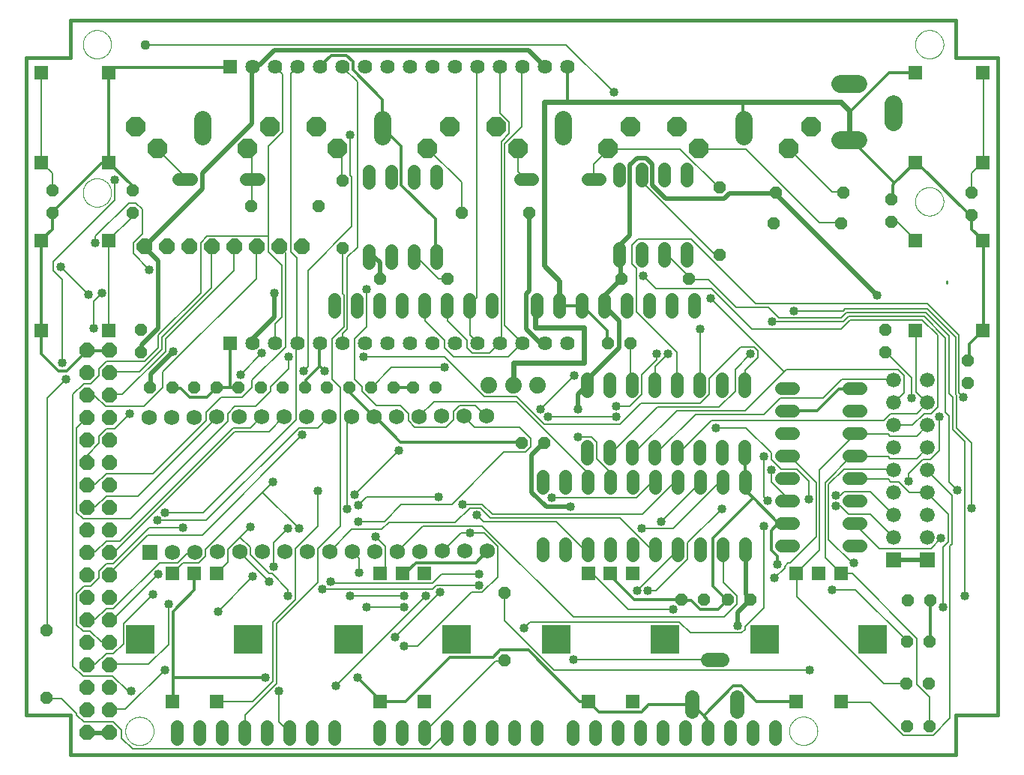
<source format=gtl>
G75*
%MOIN*%
%OFA0B0*%
%FSLAX25Y25*%
%IPPOS*%
%LPD*%
%AMOC8*
5,1,8,0,0,1.08239X$1,22.5*
%
%ADD10C,0.00000*%
%ADD11C,0.01600*%
%ADD12C,0.05746*%
%ADD13OC8,0.06600*%
%ADD14R,0.06800X0.06800*%
%ADD15C,0.06800*%
%ADD16C,0.05600*%
%ADD17R,0.06400X0.06400*%
%ADD18C,0.06400*%
%ADD19R,0.06337X0.06337*%
%ADD20R,0.12661X0.12661*%
%ADD21OC8,0.05600*%
%ADD22R,0.06600X0.06600*%
%ADD23C,0.06600*%
%ADD24R,0.05943X0.05943*%
%ADD25C,0.06400*%
%ADD26C,0.07874*%
%ADD27OC8,0.07000*%
%ADD28OC8,0.08600*%
%ADD29C,0.07800*%
%ADD30C,0.07400*%
%ADD31C,0.02000*%
%ADD32C,0.04000*%
%ADD33C,0.02400*%
%ADD34C,0.01200*%
%ADD35C,0.00800*%
%ADD36C,0.04362*%
%ADD37C,0.01000*%
D10*
X0045059Y0011516D02*
X0045061Y0011674D01*
X0045067Y0011832D01*
X0045077Y0011990D01*
X0045091Y0012148D01*
X0045109Y0012305D01*
X0045130Y0012462D01*
X0045156Y0012618D01*
X0045186Y0012774D01*
X0045219Y0012929D01*
X0045257Y0013082D01*
X0045298Y0013235D01*
X0045343Y0013387D01*
X0045392Y0013538D01*
X0045445Y0013687D01*
X0045501Y0013835D01*
X0045561Y0013981D01*
X0045625Y0014126D01*
X0045693Y0014269D01*
X0045764Y0014411D01*
X0045838Y0014551D01*
X0045916Y0014688D01*
X0045998Y0014824D01*
X0046082Y0014958D01*
X0046171Y0015089D01*
X0046262Y0015218D01*
X0046357Y0015345D01*
X0046454Y0015470D01*
X0046555Y0015592D01*
X0046659Y0015711D01*
X0046766Y0015828D01*
X0046876Y0015942D01*
X0046989Y0016053D01*
X0047104Y0016162D01*
X0047222Y0016267D01*
X0047343Y0016369D01*
X0047466Y0016469D01*
X0047592Y0016565D01*
X0047720Y0016658D01*
X0047850Y0016748D01*
X0047983Y0016834D01*
X0048118Y0016918D01*
X0048254Y0016997D01*
X0048393Y0017074D01*
X0048534Y0017146D01*
X0048676Y0017216D01*
X0048820Y0017281D01*
X0048966Y0017343D01*
X0049113Y0017401D01*
X0049262Y0017456D01*
X0049412Y0017507D01*
X0049563Y0017554D01*
X0049715Y0017597D01*
X0049868Y0017636D01*
X0050023Y0017672D01*
X0050178Y0017703D01*
X0050334Y0017731D01*
X0050490Y0017755D01*
X0050647Y0017775D01*
X0050805Y0017791D01*
X0050962Y0017803D01*
X0051121Y0017811D01*
X0051279Y0017815D01*
X0051437Y0017815D01*
X0051595Y0017811D01*
X0051754Y0017803D01*
X0051911Y0017791D01*
X0052069Y0017775D01*
X0052226Y0017755D01*
X0052382Y0017731D01*
X0052538Y0017703D01*
X0052693Y0017672D01*
X0052848Y0017636D01*
X0053001Y0017597D01*
X0053153Y0017554D01*
X0053304Y0017507D01*
X0053454Y0017456D01*
X0053603Y0017401D01*
X0053750Y0017343D01*
X0053896Y0017281D01*
X0054040Y0017216D01*
X0054182Y0017146D01*
X0054323Y0017074D01*
X0054462Y0016997D01*
X0054598Y0016918D01*
X0054733Y0016834D01*
X0054866Y0016748D01*
X0054996Y0016658D01*
X0055124Y0016565D01*
X0055250Y0016469D01*
X0055373Y0016369D01*
X0055494Y0016267D01*
X0055612Y0016162D01*
X0055727Y0016053D01*
X0055840Y0015942D01*
X0055950Y0015828D01*
X0056057Y0015711D01*
X0056161Y0015592D01*
X0056262Y0015470D01*
X0056359Y0015345D01*
X0056454Y0015218D01*
X0056545Y0015089D01*
X0056634Y0014958D01*
X0056718Y0014824D01*
X0056800Y0014688D01*
X0056878Y0014551D01*
X0056952Y0014411D01*
X0057023Y0014269D01*
X0057091Y0014126D01*
X0057155Y0013981D01*
X0057215Y0013835D01*
X0057271Y0013687D01*
X0057324Y0013538D01*
X0057373Y0013387D01*
X0057418Y0013235D01*
X0057459Y0013082D01*
X0057497Y0012929D01*
X0057530Y0012774D01*
X0057560Y0012618D01*
X0057586Y0012462D01*
X0057607Y0012305D01*
X0057625Y0012148D01*
X0057639Y0011990D01*
X0057649Y0011832D01*
X0057655Y0011674D01*
X0057657Y0011516D01*
X0057655Y0011358D01*
X0057649Y0011200D01*
X0057639Y0011042D01*
X0057625Y0010884D01*
X0057607Y0010727D01*
X0057586Y0010570D01*
X0057560Y0010414D01*
X0057530Y0010258D01*
X0057497Y0010103D01*
X0057459Y0009950D01*
X0057418Y0009797D01*
X0057373Y0009645D01*
X0057324Y0009494D01*
X0057271Y0009345D01*
X0057215Y0009197D01*
X0057155Y0009051D01*
X0057091Y0008906D01*
X0057023Y0008763D01*
X0056952Y0008621D01*
X0056878Y0008481D01*
X0056800Y0008344D01*
X0056718Y0008208D01*
X0056634Y0008074D01*
X0056545Y0007943D01*
X0056454Y0007814D01*
X0056359Y0007687D01*
X0056262Y0007562D01*
X0056161Y0007440D01*
X0056057Y0007321D01*
X0055950Y0007204D01*
X0055840Y0007090D01*
X0055727Y0006979D01*
X0055612Y0006870D01*
X0055494Y0006765D01*
X0055373Y0006663D01*
X0055250Y0006563D01*
X0055124Y0006467D01*
X0054996Y0006374D01*
X0054866Y0006284D01*
X0054733Y0006198D01*
X0054598Y0006114D01*
X0054462Y0006035D01*
X0054323Y0005958D01*
X0054182Y0005886D01*
X0054040Y0005816D01*
X0053896Y0005751D01*
X0053750Y0005689D01*
X0053603Y0005631D01*
X0053454Y0005576D01*
X0053304Y0005525D01*
X0053153Y0005478D01*
X0053001Y0005435D01*
X0052848Y0005396D01*
X0052693Y0005360D01*
X0052538Y0005329D01*
X0052382Y0005301D01*
X0052226Y0005277D01*
X0052069Y0005257D01*
X0051911Y0005241D01*
X0051754Y0005229D01*
X0051595Y0005221D01*
X0051437Y0005217D01*
X0051279Y0005217D01*
X0051121Y0005221D01*
X0050962Y0005229D01*
X0050805Y0005241D01*
X0050647Y0005257D01*
X0050490Y0005277D01*
X0050334Y0005301D01*
X0050178Y0005329D01*
X0050023Y0005360D01*
X0049868Y0005396D01*
X0049715Y0005435D01*
X0049563Y0005478D01*
X0049412Y0005525D01*
X0049262Y0005576D01*
X0049113Y0005631D01*
X0048966Y0005689D01*
X0048820Y0005751D01*
X0048676Y0005816D01*
X0048534Y0005886D01*
X0048393Y0005958D01*
X0048254Y0006035D01*
X0048118Y0006114D01*
X0047983Y0006198D01*
X0047850Y0006284D01*
X0047720Y0006374D01*
X0047592Y0006467D01*
X0047466Y0006563D01*
X0047343Y0006663D01*
X0047222Y0006765D01*
X0047104Y0006870D01*
X0046989Y0006979D01*
X0046876Y0007090D01*
X0046766Y0007204D01*
X0046659Y0007321D01*
X0046555Y0007440D01*
X0046454Y0007562D01*
X0046357Y0007687D01*
X0046262Y0007814D01*
X0046171Y0007943D01*
X0046082Y0008074D01*
X0045998Y0008208D01*
X0045916Y0008344D01*
X0045838Y0008481D01*
X0045764Y0008621D01*
X0045693Y0008763D01*
X0045625Y0008906D01*
X0045561Y0009051D01*
X0045501Y0009197D01*
X0045445Y0009345D01*
X0045392Y0009494D01*
X0045343Y0009645D01*
X0045298Y0009797D01*
X0045257Y0009950D01*
X0045219Y0010103D01*
X0045186Y0010258D01*
X0045156Y0010414D01*
X0045130Y0010570D01*
X0045109Y0010727D01*
X0045091Y0010884D01*
X0045077Y0011042D01*
X0045067Y0011200D01*
X0045061Y0011358D01*
X0045059Y0011516D01*
X0026181Y0250984D02*
X0026183Y0251142D01*
X0026189Y0251300D01*
X0026199Y0251458D01*
X0026213Y0251616D01*
X0026231Y0251773D01*
X0026252Y0251930D01*
X0026278Y0252086D01*
X0026308Y0252242D01*
X0026341Y0252397D01*
X0026379Y0252550D01*
X0026420Y0252703D01*
X0026465Y0252855D01*
X0026514Y0253006D01*
X0026567Y0253155D01*
X0026623Y0253303D01*
X0026683Y0253449D01*
X0026747Y0253594D01*
X0026815Y0253737D01*
X0026886Y0253879D01*
X0026960Y0254019D01*
X0027038Y0254156D01*
X0027120Y0254292D01*
X0027204Y0254426D01*
X0027293Y0254557D01*
X0027384Y0254686D01*
X0027479Y0254813D01*
X0027576Y0254938D01*
X0027677Y0255060D01*
X0027781Y0255179D01*
X0027888Y0255296D01*
X0027998Y0255410D01*
X0028111Y0255521D01*
X0028226Y0255630D01*
X0028344Y0255735D01*
X0028465Y0255837D01*
X0028588Y0255937D01*
X0028714Y0256033D01*
X0028842Y0256126D01*
X0028972Y0256216D01*
X0029105Y0256302D01*
X0029240Y0256386D01*
X0029376Y0256465D01*
X0029515Y0256542D01*
X0029656Y0256614D01*
X0029798Y0256684D01*
X0029942Y0256749D01*
X0030088Y0256811D01*
X0030235Y0256869D01*
X0030384Y0256924D01*
X0030534Y0256975D01*
X0030685Y0257022D01*
X0030837Y0257065D01*
X0030990Y0257104D01*
X0031145Y0257140D01*
X0031300Y0257171D01*
X0031456Y0257199D01*
X0031612Y0257223D01*
X0031769Y0257243D01*
X0031927Y0257259D01*
X0032084Y0257271D01*
X0032243Y0257279D01*
X0032401Y0257283D01*
X0032559Y0257283D01*
X0032717Y0257279D01*
X0032876Y0257271D01*
X0033033Y0257259D01*
X0033191Y0257243D01*
X0033348Y0257223D01*
X0033504Y0257199D01*
X0033660Y0257171D01*
X0033815Y0257140D01*
X0033970Y0257104D01*
X0034123Y0257065D01*
X0034275Y0257022D01*
X0034426Y0256975D01*
X0034576Y0256924D01*
X0034725Y0256869D01*
X0034872Y0256811D01*
X0035018Y0256749D01*
X0035162Y0256684D01*
X0035304Y0256614D01*
X0035445Y0256542D01*
X0035584Y0256465D01*
X0035720Y0256386D01*
X0035855Y0256302D01*
X0035988Y0256216D01*
X0036118Y0256126D01*
X0036246Y0256033D01*
X0036372Y0255937D01*
X0036495Y0255837D01*
X0036616Y0255735D01*
X0036734Y0255630D01*
X0036849Y0255521D01*
X0036962Y0255410D01*
X0037072Y0255296D01*
X0037179Y0255179D01*
X0037283Y0255060D01*
X0037384Y0254938D01*
X0037481Y0254813D01*
X0037576Y0254686D01*
X0037667Y0254557D01*
X0037756Y0254426D01*
X0037840Y0254292D01*
X0037922Y0254156D01*
X0038000Y0254019D01*
X0038074Y0253879D01*
X0038145Y0253737D01*
X0038213Y0253594D01*
X0038277Y0253449D01*
X0038337Y0253303D01*
X0038393Y0253155D01*
X0038446Y0253006D01*
X0038495Y0252855D01*
X0038540Y0252703D01*
X0038581Y0252550D01*
X0038619Y0252397D01*
X0038652Y0252242D01*
X0038682Y0252086D01*
X0038708Y0251930D01*
X0038729Y0251773D01*
X0038747Y0251616D01*
X0038761Y0251458D01*
X0038771Y0251300D01*
X0038777Y0251142D01*
X0038779Y0250984D01*
X0038777Y0250826D01*
X0038771Y0250668D01*
X0038761Y0250510D01*
X0038747Y0250352D01*
X0038729Y0250195D01*
X0038708Y0250038D01*
X0038682Y0249882D01*
X0038652Y0249726D01*
X0038619Y0249571D01*
X0038581Y0249418D01*
X0038540Y0249265D01*
X0038495Y0249113D01*
X0038446Y0248962D01*
X0038393Y0248813D01*
X0038337Y0248665D01*
X0038277Y0248519D01*
X0038213Y0248374D01*
X0038145Y0248231D01*
X0038074Y0248089D01*
X0038000Y0247949D01*
X0037922Y0247812D01*
X0037840Y0247676D01*
X0037756Y0247542D01*
X0037667Y0247411D01*
X0037576Y0247282D01*
X0037481Y0247155D01*
X0037384Y0247030D01*
X0037283Y0246908D01*
X0037179Y0246789D01*
X0037072Y0246672D01*
X0036962Y0246558D01*
X0036849Y0246447D01*
X0036734Y0246338D01*
X0036616Y0246233D01*
X0036495Y0246131D01*
X0036372Y0246031D01*
X0036246Y0245935D01*
X0036118Y0245842D01*
X0035988Y0245752D01*
X0035855Y0245666D01*
X0035720Y0245582D01*
X0035584Y0245503D01*
X0035445Y0245426D01*
X0035304Y0245354D01*
X0035162Y0245284D01*
X0035018Y0245219D01*
X0034872Y0245157D01*
X0034725Y0245099D01*
X0034576Y0245044D01*
X0034426Y0244993D01*
X0034275Y0244946D01*
X0034123Y0244903D01*
X0033970Y0244864D01*
X0033815Y0244828D01*
X0033660Y0244797D01*
X0033504Y0244769D01*
X0033348Y0244745D01*
X0033191Y0244725D01*
X0033033Y0244709D01*
X0032876Y0244697D01*
X0032717Y0244689D01*
X0032559Y0244685D01*
X0032401Y0244685D01*
X0032243Y0244689D01*
X0032084Y0244697D01*
X0031927Y0244709D01*
X0031769Y0244725D01*
X0031612Y0244745D01*
X0031456Y0244769D01*
X0031300Y0244797D01*
X0031145Y0244828D01*
X0030990Y0244864D01*
X0030837Y0244903D01*
X0030685Y0244946D01*
X0030534Y0244993D01*
X0030384Y0245044D01*
X0030235Y0245099D01*
X0030088Y0245157D01*
X0029942Y0245219D01*
X0029798Y0245284D01*
X0029656Y0245354D01*
X0029515Y0245426D01*
X0029376Y0245503D01*
X0029240Y0245582D01*
X0029105Y0245666D01*
X0028972Y0245752D01*
X0028842Y0245842D01*
X0028714Y0245935D01*
X0028588Y0246031D01*
X0028465Y0246131D01*
X0028344Y0246233D01*
X0028226Y0246338D01*
X0028111Y0246447D01*
X0027998Y0246558D01*
X0027888Y0246672D01*
X0027781Y0246789D01*
X0027677Y0246908D01*
X0027576Y0247030D01*
X0027479Y0247155D01*
X0027384Y0247282D01*
X0027293Y0247411D01*
X0027204Y0247542D01*
X0027120Y0247676D01*
X0027038Y0247812D01*
X0026960Y0247949D01*
X0026886Y0248089D01*
X0026815Y0248231D01*
X0026747Y0248374D01*
X0026683Y0248519D01*
X0026623Y0248665D01*
X0026567Y0248813D01*
X0026514Y0248962D01*
X0026465Y0249113D01*
X0026420Y0249265D01*
X0026379Y0249418D01*
X0026341Y0249571D01*
X0026308Y0249726D01*
X0026278Y0249882D01*
X0026252Y0250038D01*
X0026231Y0250195D01*
X0026213Y0250352D01*
X0026199Y0250510D01*
X0026189Y0250668D01*
X0026183Y0250826D01*
X0026181Y0250984D01*
X0026181Y0316929D02*
X0026183Y0317087D01*
X0026189Y0317245D01*
X0026199Y0317403D01*
X0026213Y0317561D01*
X0026231Y0317718D01*
X0026252Y0317875D01*
X0026278Y0318031D01*
X0026308Y0318187D01*
X0026341Y0318342D01*
X0026379Y0318495D01*
X0026420Y0318648D01*
X0026465Y0318800D01*
X0026514Y0318951D01*
X0026567Y0319100D01*
X0026623Y0319248D01*
X0026683Y0319394D01*
X0026747Y0319539D01*
X0026815Y0319682D01*
X0026886Y0319824D01*
X0026960Y0319964D01*
X0027038Y0320101D01*
X0027120Y0320237D01*
X0027204Y0320371D01*
X0027293Y0320502D01*
X0027384Y0320631D01*
X0027479Y0320758D01*
X0027576Y0320883D01*
X0027677Y0321005D01*
X0027781Y0321124D01*
X0027888Y0321241D01*
X0027998Y0321355D01*
X0028111Y0321466D01*
X0028226Y0321575D01*
X0028344Y0321680D01*
X0028465Y0321782D01*
X0028588Y0321882D01*
X0028714Y0321978D01*
X0028842Y0322071D01*
X0028972Y0322161D01*
X0029105Y0322247D01*
X0029240Y0322331D01*
X0029376Y0322410D01*
X0029515Y0322487D01*
X0029656Y0322559D01*
X0029798Y0322629D01*
X0029942Y0322694D01*
X0030088Y0322756D01*
X0030235Y0322814D01*
X0030384Y0322869D01*
X0030534Y0322920D01*
X0030685Y0322967D01*
X0030837Y0323010D01*
X0030990Y0323049D01*
X0031145Y0323085D01*
X0031300Y0323116D01*
X0031456Y0323144D01*
X0031612Y0323168D01*
X0031769Y0323188D01*
X0031927Y0323204D01*
X0032084Y0323216D01*
X0032243Y0323224D01*
X0032401Y0323228D01*
X0032559Y0323228D01*
X0032717Y0323224D01*
X0032876Y0323216D01*
X0033033Y0323204D01*
X0033191Y0323188D01*
X0033348Y0323168D01*
X0033504Y0323144D01*
X0033660Y0323116D01*
X0033815Y0323085D01*
X0033970Y0323049D01*
X0034123Y0323010D01*
X0034275Y0322967D01*
X0034426Y0322920D01*
X0034576Y0322869D01*
X0034725Y0322814D01*
X0034872Y0322756D01*
X0035018Y0322694D01*
X0035162Y0322629D01*
X0035304Y0322559D01*
X0035445Y0322487D01*
X0035584Y0322410D01*
X0035720Y0322331D01*
X0035855Y0322247D01*
X0035988Y0322161D01*
X0036118Y0322071D01*
X0036246Y0321978D01*
X0036372Y0321882D01*
X0036495Y0321782D01*
X0036616Y0321680D01*
X0036734Y0321575D01*
X0036849Y0321466D01*
X0036962Y0321355D01*
X0037072Y0321241D01*
X0037179Y0321124D01*
X0037283Y0321005D01*
X0037384Y0320883D01*
X0037481Y0320758D01*
X0037576Y0320631D01*
X0037667Y0320502D01*
X0037756Y0320371D01*
X0037840Y0320237D01*
X0037922Y0320101D01*
X0038000Y0319964D01*
X0038074Y0319824D01*
X0038145Y0319682D01*
X0038213Y0319539D01*
X0038277Y0319394D01*
X0038337Y0319248D01*
X0038393Y0319100D01*
X0038446Y0318951D01*
X0038495Y0318800D01*
X0038540Y0318648D01*
X0038581Y0318495D01*
X0038619Y0318342D01*
X0038652Y0318187D01*
X0038682Y0318031D01*
X0038708Y0317875D01*
X0038729Y0317718D01*
X0038747Y0317561D01*
X0038761Y0317403D01*
X0038771Y0317245D01*
X0038777Y0317087D01*
X0038779Y0316929D01*
X0038777Y0316771D01*
X0038771Y0316613D01*
X0038761Y0316455D01*
X0038747Y0316297D01*
X0038729Y0316140D01*
X0038708Y0315983D01*
X0038682Y0315827D01*
X0038652Y0315671D01*
X0038619Y0315516D01*
X0038581Y0315363D01*
X0038540Y0315210D01*
X0038495Y0315058D01*
X0038446Y0314907D01*
X0038393Y0314758D01*
X0038337Y0314610D01*
X0038277Y0314464D01*
X0038213Y0314319D01*
X0038145Y0314176D01*
X0038074Y0314034D01*
X0038000Y0313894D01*
X0037922Y0313757D01*
X0037840Y0313621D01*
X0037756Y0313487D01*
X0037667Y0313356D01*
X0037576Y0313227D01*
X0037481Y0313100D01*
X0037384Y0312975D01*
X0037283Y0312853D01*
X0037179Y0312734D01*
X0037072Y0312617D01*
X0036962Y0312503D01*
X0036849Y0312392D01*
X0036734Y0312283D01*
X0036616Y0312178D01*
X0036495Y0312076D01*
X0036372Y0311976D01*
X0036246Y0311880D01*
X0036118Y0311787D01*
X0035988Y0311697D01*
X0035855Y0311611D01*
X0035720Y0311527D01*
X0035584Y0311448D01*
X0035445Y0311371D01*
X0035304Y0311299D01*
X0035162Y0311229D01*
X0035018Y0311164D01*
X0034872Y0311102D01*
X0034725Y0311044D01*
X0034576Y0310989D01*
X0034426Y0310938D01*
X0034275Y0310891D01*
X0034123Y0310848D01*
X0033970Y0310809D01*
X0033815Y0310773D01*
X0033660Y0310742D01*
X0033504Y0310714D01*
X0033348Y0310690D01*
X0033191Y0310670D01*
X0033033Y0310654D01*
X0032876Y0310642D01*
X0032717Y0310634D01*
X0032559Y0310630D01*
X0032401Y0310630D01*
X0032243Y0310634D01*
X0032084Y0310642D01*
X0031927Y0310654D01*
X0031769Y0310670D01*
X0031612Y0310690D01*
X0031456Y0310714D01*
X0031300Y0310742D01*
X0031145Y0310773D01*
X0030990Y0310809D01*
X0030837Y0310848D01*
X0030685Y0310891D01*
X0030534Y0310938D01*
X0030384Y0310989D01*
X0030235Y0311044D01*
X0030088Y0311102D01*
X0029942Y0311164D01*
X0029798Y0311229D01*
X0029656Y0311299D01*
X0029515Y0311371D01*
X0029376Y0311448D01*
X0029240Y0311527D01*
X0029105Y0311611D01*
X0028972Y0311697D01*
X0028842Y0311787D01*
X0028714Y0311880D01*
X0028588Y0311976D01*
X0028465Y0312076D01*
X0028344Y0312178D01*
X0028226Y0312283D01*
X0028111Y0312392D01*
X0027998Y0312503D01*
X0027888Y0312617D01*
X0027781Y0312734D01*
X0027677Y0312853D01*
X0027576Y0312975D01*
X0027479Y0313100D01*
X0027384Y0313227D01*
X0027293Y0313356D01*
X0027204Y0313487D01*
X0027120Y0313621D01*
X0027038Y0313757D01*
X0026960Y0313894D01*
X0026886Y0314034D01*
X0026815Y0314176D01*
X0026747Y0314319D01*
X0026683Y0314464D01*
X0026623Y0314610D01*
X0026567Y0314758D01*
X0026514Y0314907D01*
X0026465Y0315058D01*
X0026420Y0315210D01*
X0026379Y0315363D01*
X0026341Y0315516D01*
X0026308Y0315671D01*
X0026278Y0315827D01*
X0026252Y0315983D01*
X0026231Y0316140D01*
X0026213Y0316297D01*
X0026199Y0316455D01*
X0026189Y0316613D01*
X0026183Y0316771D01*
X0026181Y0316929D01*
X0340243Y0011606D02*
X0340245Y0011764D01*
X0340251Y0011922D01*
X0340261Y0012080D01*
X0340275Y0012238D01*
X0340293Y0012395D01*
X0340314Y0012552D01*
X0340340Y0012708D01*
X0340370Y0012864D01*
X0340403Y0013019D01*
X0340441Y0013172D01*
X0340482Y0013325D01*
X0340527Y0013477D01*
X0340576Y0013628D01*
X0340629Y0013777D01*
X0340685Y0013925D01*
X0340745Y0014071D01*
X0340809Y0014216D01*
X0340877Y0014359D01*
X0340948Y0014501D01*
X0341022Y0014641D01*
X0341100Y0014778D01*
X0341182Y0014914D01*
X0341266Y0015048D01*
X0341355Y0015179D01*
X0341446Y0015308D01*
X0341541Y0015435D01*
X0341638Y0015560D01*
X0341739Y0015682D01*
X0341843Y0015801D01*
X0341950Y0015918D01*
X0342060Y0016032D01*
X0342173Y0016143D01*
X0342288Y0016252D01*
X0342406Y0016357D01*
X0342527Y0016459D01*
X0342650Y0016559D01*
X0342776Y0016655D01*
X0342904Y0016748D01*
X0343034Y0016838D01*
X0343167Y0016924D01*
X0343302Y0017008D01*
X0343438Y0017087D01*
X0343577Y0017164D01*
X0343718Y0017236D01*
X0343860Y0017306D01*
X0344004Y0017371D01*
X0344150Y0017433D01*
X0344297Y0017491D01*
X0344446Y0017546D01*
X0344596Y0017597D01*
X0344747Y0017644D01*
X0344899Y0017687D01*
X0345052Y0017726D01*
X0345207Y0017762D01*
X0345362Y0017793D01*
X0345518Y0017821D01*
X0345674Y0017845D01*
X0345831Y0017865D01*
X0345989Y0017881D01*
X0346146Y0017893D01*
X0346305Y0017901D01*
X0346463Y0017905D01*
X0346621Y0017905D01*
X0346779Y0017901D01*
X0346938Y0017893D01*
X0347095Y0017881D01*
X0347253Y0017865D01*
X0347410Y0017845D01*
X0347566Y0017821D01*
X0347722Y0017793D01*
X0347877Y0017762D01*
X0348032Y0017726D01*
X0348185Y0017687D01*
X0348337Y0017644D01*
X0348488Y0017597D01*
X0348638Y0017546D01*
X0348787Y0017491D01*
X0348934Y0017433D01*
X0349080Y0017371D01*
X0349224Y0017306D01*
X0349366Y0017236D01*
X0349507Y0017164D01*
X0349646Y0017087D01*
X0349782Y0017008D01*
X0349917Y0016924D01*
X0350050Y0016838D01*
X0350180Y0016748D01*
X0350308Y0016655D01*
X0350434Y0016559D01*
X0350557Y0016459D01*
X0350678Y0016357D01*
X0350796Y0016252D01*
X0350911Y0016143D01*
X0351024Y0016032D01*
X0351134Y0015918D01*
X0351241Y0015801D01*
X0351345Y0015682D01*
X0351446Y0015560D01*
X0351543Y0015435D01*
X0351638Y0015308D01*
X0351729Y0015179D01*
X0351818Y0015048D01*
X0351902Y0014914D01*
X0351984Y0014778D01*
X0352062Y0014641D01*
X0352136Y0014501D01*
X0352207Y0014359D01*
X0352275Y0014216D01*
X0352339Y0014071D01*
X0352399Y0013925D01*
X0352455Y0013777D01*
X0352508Y0013628D01*
X0352557Y0013477D01*
X0352602Y0013325D01*
X0352643Y0013172D01*
X0352681Y0013019D01*
X0352714Y0012864D01*
X0352744Y0012708D01*
X0352770Y0012552D01*
X0352791Y0012395D01*
X0352809Y0012238D01*
X0352823Y0012080D01*
X0352833Y0011922D01*
X0352839Y0011764D01*
X0352841Y0011606D01*
X0352839Y0011448D01*
X0352833Y0011290D01*
X0352823Y0011132D01*
X0352809Y0010974D01*
X0352791Y0010817D01*
X0352770Y0010660D01*
X0352744Y0010504D01*
X0352714Y0010348D01*
X0352681Y0010193D01*
X0352643Y0010040D01*
X0352602Y0009887D01*
X0352557Y0009735D01*
X0352508Y0009584D01*
X0352455Y0009435D01*
X0352399Y0009287D01*
X0352339Y0009141D01*
X0352275Y0008996D01*
X0352207Y0008853D01*
X0352136Y0008711D01*
X0352062Y0008571D01*
X0351984Y0008434D01*
X0351902Y0008298D01*
X0351818Y0008164D01*
X0351729Y0008033D01*
X0351638Y0007904D01*
X0351543Y0007777D01*
X0351446Y0007652D01*
X0351345Y0007530D01*
X0351241Y0007411D01*
X0351134Y0007294D01*
X0351024Y0007180D01*
X0350911Y0007069D01*
X0350796Y0006960D01*
X0350678Y0006855D01*
X0350557Y0006753D01*
X0350434Y0006653D01*
X0350308Y0006557D01*
X0350180Y0006464D01*
X0350050Y0006374D01*
X0349917Y0006288D01*
X0349782Y0006204D01*
X0349646Y0006125D01*
X0349507Y0006048D01*
X0349366Y0005976D01*
X0349224Y0005906D01*
X0349080Y0005841D01*
X0348934Y0005779D01*
X0348787Y0005721D01*
X0348638Y0005666D01*
X0348488Y0005615D01*
X0348337Y0005568D01*
X0348185Y0005525D01*
X0348032Y0005486D01*
X0347877Y0005450D01*
X0347722Y0005419D01*
X0347566Y0005391D01*
X0347410Y0005367D01*
X0347253Y0005347D01*
X0347095Y0005331D01*
X0346938Y0005319D01*
X0346779Y0005311D01*
X0346621Y0005307D01*
X0346463Y0005307D01*
X0346305Y0005311D01*
X0346146Y0005319D01*
X0345989Y0005331D01*
X0345831Y0005347D01*
X0345674Y0005367D01*
X0345518Y0005391D01*
X0345362Y0005419D01*
X0345207Y0005450D01*
X0345052Y0005486D01*
X0344899Y0005525D01*
X0344747Y0005568D01*
X0344596Y0005615D01*
X0344446Y0005666D01*
X0344297Y0005721D01*
X0344150Y0005779D01*
X0344004Y0005841D01*
X0343860Y0005906D01*
X0343718Y0005976D01*
X0343577Y0006048D01*
X0343438Y0006125D01*
X0343302Y0006204D01*
X0343167Y0006288D01*
X0343034Y0006374D01*
X0342904Y0006464D01*
X0342776Y0006557D01*
X0342650Y0006653D01*
X0342527Y0006753D01*
X0342406Y0006855D01*
X0342288Y0006960D01*
X0342173Y0007069D01*
X0342060Y0007180D01*
X0341950Y0007294D01*
X0341843Y0007411D01*
X0341739Y0007530D01*
X0341638Y0007652D01*
X0341541Y0007777D01*
X0341446Y0007904D01*
X0341355Y0008033D01*
X0341266Y0008164D01*
X0341182Y0008298D01*
X0341100Y0008434D01*
X0341022Y0008571D01*
X0340948Y0008711D01*
X0340877Y0008853D01*
X0340809Y0008996D01*
X0340745Y0009141D01*
X0340685Y0009287D01*
X0340629Y0009435D01*
X0340576Y0009584D01*
X0340527Y0009735D01*
X0340482Y0009887D01*
X0340441Y0010040D01*
X0340403Y0010193D01*
X0340370Y0010348D01*
X0340340Y0010504D01*
X0340314Y0010660D01*
X0340293Y0010817D01*
X0340275Y0010974D01*
X0340261Y0011132D01*
X0340251Y0011290D01*
X0340245Y0011448D01*
X0340243Y0011606D01*
X0396260Y0247047D02*
X0396262Y0247205D01*
X0396268Y0247363D01*
X0396278Y0247521D01*
X0396292Y0247679D01*
X0396310Y0247836D01*
X0396331Y0247993D01*
X0396357Y0248149D01*
X0396387Y0248305D01*
X0396420Y0248460D01*
X0396458Y0248613D01*
X0396499Y0248766D01*
X0396544Y0248918D01*
X0396593Y0249069D01*
X0396646Y0249218D01*
X0396702Y0249366D01*
X0396762Y0249512D01*
X0396826Y0249657D01*
X0396894Y0249800D01*
X0396965Y0249942D01*
X0397039Y0250082D01*
X0397117Y0250219D01*
X0397199Y0250355D01*
X0397283Y0250489D01*
X0397372Y0250620D01*
X0397463Y0250749D01*
X0397558Y0250876D01*
X0397655Y0251001D01*
X0397756Y0251123D01*
X0397860Y0251242D01*
X0397967Y0251359D01*
X0398077Y0251473D01*
X0398190Y0251584D01*
X0398305Y0251693D01*
X0398423Y0251798D01*
X0398544Y0251900D01*
X0398667Y0252000D01*
X0398793Y0252096D01*
X0398921Y0252189D01*
X0399051Y0252279D01*
X0399184Y0252365D01*
X0399319Y0252449D01*
X0399455Y0252528D01*
X0399594Y0252605D01*
X0399735Y0252677D01*
X0399877Y0252747D01*
X0400021Y0252812D01*
X0400167Y0252874D01*
X0400314Y0252932D01*
X0400463Y0252987D01*
X0400613Y0253038D01*
X0400764Y0253085D01*
X0400916Y0253128D01*
X0401069Y0253167D01*
X0401224Y0253203D01*
X0401379Y0253234D01*
X0401535Y0253262D01*
X0401691Y0253286D01*
X0401848Y0253306D01*
X0402006Y0253322D01*
X0402163Y0253334D01*
X0402322Y0253342D01*
X0402480Y0253346D01*
X0402638Y0253346D01*
X0402796Y0253342D01*
X0402955Y0253334D01*
X0403112Y0253322D01*
X0403270Y0253306D01*
X0403427Y0253286D01*
X0403583Y0253262D01*
X0403739Y0253234D01*
X0403894Y0253203D01*
X0404049Y0253167D01*
X0404202Y0253128D01*
X0404354Y0253085D01*
X0404505Y0253038D01*
X0404655Y0252987D01*
X0404804Y0252932D01*
X0404951Y0252874D01*
X0405097Y0252812D01*
X0405241Y0252747D01*
X0405383Y0252677D01*
X0405524Y0252605D01*
X0405663Y0252528D01*
X0405799Y0252449D01*
X0405934Y0252365D01*
X0406067Y0252279D01*
X0406197Y0252189D01*
X0406325Y0252096D01*
X0406451Y0252000D01*
X0406574Y0251900D01*
X0406695Y0251798D01*
X0406813Y0251693D01*
X0406928Y0251584D01*
X0407041Y0251473D01*
X0407151Y0251359D01*
X0407258Y0251242D01*
X0407362Y0251123D01*
X0407463Y0251001D01*
X0407560Y0250876D01*
X0407655Y0250749D01*
X0407746Y0250620D01*
X0407835Y0250489D01*
X0407919Y0250355D01*
X0408001Y0250219D01*
X0408079Y0250082D01*
X0408153Y0249942D01*
X0408224Y0249800D01*
X0408292Y0249657D01*
X0408356Y0249512D01*
X0408416Y0249366D01*
X0408472Y0249218D01*
X0408525Y0249069D01*
X0408574Y0248918D01*
X0408619Y0248766D01*
X0408660Y0248613D01*
X0408698Y0248460D01*
X0408731Y0248305D01*
X0408761Y0248149D01*
X0408787Y0247993D01*
X0408808Y0247836D01*
X0408826Y0247679D01*
X0408840Y0247521D01*
X0408850Y0247363D01*
X0408856Y0247205D01*
X0408858Y0247047D01*
X0408856Y0246889D01*
X0408850Y0246731D01*
X0408840Y0246573D01*
X0408826Y0246415D01*
X0408808Y0246258D01*
X0408787Y0246101D01*
X0408761Y0245945D01*
X0408731Y0245789D01*
X0408698Y0245634D01*
X0408660Y0245481D01*
X0408619Y0245328D01*
X0408574Y0245176D01*
X0408525Y0245025D01*
X0408472Y0244876D01*
X0408416Y0244728D01*
X0408356Y0244582D01*
X0408292Y0244437D01*
X0408224Y0244294D01*
X0408153Y0244152D01*
X0408079Y0244012D01*
X0408001Y0243875D01*
X0407919Y0243739D01*
X0407835Y0243605D01*
X0407746Y0243474D01*
X0407655Y0243345D01*
X0407560Y0243218D01*
X0407463Y0243093D01*
X0407362Y0242971D01*
X0407258Y0242852D01*
X0407151Y0242735D01*
X0407041Y0242621D01*
X0406928Y0242510D01*
X0406813Y0242401D01*
X0406695Y0242296D01*
X0406574Y0242194D01*
X0406451Y0242094D01*
X0406325Y0241998D01*
X0406197Y0241905D01*
X0406067Y0241815D01*
X0405934Y0241729D01*
X0405799Y0241645D01*
X0405663Y0241566D01*
X0405524Y0241489D01*
X0405383Y0241417D01*
X0405241Y0241347D01*
X0405097Y0241282D01*
X0404951Y0241220D01*
X0404804Y0241162D01*
X0404655Y0241107D01*
X0404505Y0241056D01*
X0404354Y0241009D01*
X0404202Y0240966D01*
X0404049Y0240927D01*
X0403894Y0240891D01*
X0403739Y0240860D01*
X0403583Y0240832D01*
X0403427Y0240808D01*
X0403270Y0240788D01*
X0403112Y0240772D01*
X0402955Y0240760D01*
X0402796Y0240752D01*
X0402638Y0240748D01*
X0402480Y0240748D01*
X0402322Y0240752D01*
X0402163Y0240760D01*
X0402006Y0240772D01*
X0401848Y0240788D01*
X0401691Y0240808D01*
X0401535Y0240832D01*
X0401379Y0240860D01*
X0401224Y0240891D01*
X0401069Y0240927D01*
X0400916Y0240966D01*
X0400764Y0241009D01*
X0400613Y0241056D01*
X0400463Y0241107D01*
X0400314Y0241162D01*
X0400167Y0241220D01*
X0400021Y0241282D01*
X0399877Y0241347D01*
X0399735Y0241417D01*
X0399594Y0241489D01*
X0399455Y0241566D01*
X0399319Y0241645D01*
X0399184Y0241729D01*
X0399051Y0241815D01*
X0398921Y0241905D01*
X0398793Y0241998D01*
X0398667Y0242094D01*
X0398544Y0242194D01*
X0398423Y0242296D01*
X0398305Y0242401D01*
X0398190Y0242510D01*
X0398077Y0242621D01*
X0397967Y0242735D01*
X0397860Y0242852D01*
X0397756Y0242971D01*
X0397655Y0243093D01*
X0397558Y0243218D01*
X0397463Y0243345D01*
X0397372Y0243474D01*
X0397283Y0243605D01*
X0397199Y0243739D01*
X0397117Y0243875D01*
X0397039Y0244012D01*
X0396965Y0244152D01*
X0396894Y0244294D01*
X0396826Y0244437D01*
X0396762Y0244582D01*
X0396702Y0244728D01*
X0396646Y0244876D01*
X0396593Y0245025D01*
X0396544Y0245176D01*
X0396499Y0245328D01*
X0396458Y0245481D01*
X0396420Y0245634D01*
X0396387Y0245789D01*
X0396357Y0245945D01*
X0396331Y0246101D01*
X0396310Y0246258D01*
X0396292Y0246415D01*
X0396278Y0246573D01*
X0396268Y0246731D01*
X0396262Y0246889D01*
X0396260Y0247047D01*
X0396260Y0316929D02*
X0396262Y0317087D01*
X0396268Y0317245D01*
X0396278Y0317403D01*
X0396292Y0317561D01*
X0396310Y0317718D01*
X0396331Y0317875D01*
X0396357Y0318031D01*
X0396387Y0318187D01*
X0396420Y0318342D01*
X0396458Y0318495D01*
X0396499Y0318648D01*
X0396544Y0318800D01*
X0396593Y0318951D01*
X0396646Y0319100D01*
X0396702Y0319248D01*
X0396762Y0319394D01*
X0396826Y0319539D01*
X0396894Y0319682D01*
X0396965Y0319824D01*
X0397039Y0319964D01*
X0397117Y0320101D01*
X0397199Y0320237D01*
X0397283Y0320371D01*
X0397372Y0320502D01*
X0397463Y0320631D01*
X0397558Y0320758D01*
X0397655Y0320883D01*
X0397756Y0321005D01*
X0397860Y0321124D01*
X0397967Y0321241D01*
X0398077Y0321355D01*
X0398190Y0321466D01*
X0398305Y0321575D01*
X0398423Y0321680D01*
X0398544Y0321782D01*
X0398667Y0321882D01*
X0398793Y0321978D01*
X0398921Y0322071D01*
X0399051Y0322161D01*
X0399184Y0322247D01*
X0399319Y0322331D01*
X0399455Y0322410D01*
X0399594Y0322487D01*
X0399735Y0322559D01*
X0399877Y0322629D01*
X0400021Y0322694D01*
X0400167Y0322756D01*
X0400314Y0322814D01*
X0400463Y0322869D01*
X0400613Y0322920D01*
X0400764Y0322967D01*
X0400916Y0323010D01*
X0401069Y0323049D01*
X0401224Y0323085D01*
X0401379Y0323116D01*
X0401535Y0323144D01*
X0401691Y0323168D01*
X0401848Y0323188D01*
X0402006Y0323204D01*
X0402163Y0323216D01*
X0402322Y0323224D01*
X0402480Y0323228D01*
X0402638Y0323228D01*
X0402796Y0323224D01*
X0402955Y0323216D01*
X0403112Y0323204D01*
X0403270Y0323188D01*
X0403427Y0323168D01*
X0403583Y0323144D01*
X0403739Y0323116D01*
X0403894Y0323085D01*
X0404049Y0323049D01*
X0404202Y0323010D01*
X0404354Y0322967D01*
X0404505Y0322920D01*
X0404655Y0322869D01*
X0404804Y0322814D01*
X0404951Y0322756D01*
X0405097Y0322694D01*
X0405241Y0322629D01*
X0405383Y0322559D01*
X0405524Y0322487D01*
X0405663Y0322410D01*
X0405799Y0322331D01*
X0405934Y0322247D01*
X0406067Y0322161D01*
X0406197Y0322071D01*
X0406325Y0321978D01*
X0406451Y0321882D01*
X0406574Y0321782D01*
X0406695Y0321680D01*
X0406813Y0321575D01*
X0406928Y0321466D01*
X0407041Y0321355D01*
X0407151Y0321241D01*
X0407258Y0321124D01*
X0407362Y0321005D01*
X0407463Y0320883D01*
X0407560Y0320758D01*
X0407655Y0320631D01*
X0407746Y0320502D01*
X0407835Y0320371D01*
X0407919Y0320237D01*
X0408001Y0320101D01*
X0408079Y0319964D01*
X0408153Y0319824D01*
X0408224Y0319682D01*
X0408292Y0319539D01*
X0408356Y0319394D01*
X0408416Y0319248D01*
X0408472Y0319100D01*
X0408525Y0318951D01*
X0408574Y0318800D01*
X0408619Y0318648D01*
X0408660Y0318495D01*
X0408698Y0318342D01*
X0408731Y0318187D01*
X0408761Y0318031D01*
X0408787Y0317875D01*
X0408808Y0317718D01*
X0408826Y0317561D01*
X0408840Y0317403D01*
X0408850Y0317245D01*
X0408856Y0317087D01*
X0408858Y0316929D01*
X0408856Y0316771D01*
X0408850Y0316613D01*
X0408840Y0316455D01*
X0408826Y0316297D01*
X0408808Y0316140D01*
X0408787Y0315983D01*
X0408761Y0315827D01*
X0408731Y0315671D01*
X0408698Y0315516D01*
X0408660Y0315363D01*
X0408619Y0315210D01*
X0408574Y0315058D01*
X0408525Y0314907D01*
X0408472Y0314758D01*
X0408416Y0314610D01*
X0408356Y0314464D01*
X0408292Y0314319D01*
X0408224Y0314176D01*
X0408153Y0314034D01*
X0408079Y0313894D01*
X0408001Y0313757D01*
X0407919Y0313621D01*
X0407835Y0313487D01*
X0407746Y0313356D01*
X0407655Y0313227D01*
X0407560Y0313100D01*
X0407463Y0312975D01*
X0407362Y0312853D01*
X0407258Y0312734D01*
X0407151Y0312617D01*
X0407041Y0312503D01*
X0406928Y0312392D01*
X0406813Y0312283D01*
X0406695Y0312178D01*
X0406574Y0312076D01*
X0406451Y0311976D01*
X0406325Y0311880D01*
X0406197Y0311787D01*
X0406067Y0311697D01*
X0405934Y0311611D01*
X0405799Y0311527D01*
X0405663Y0311448D01*
X0405524Y0311371D01*
X0405383Y0311299D01*
X0405241Y0311229D01*
X0405097Y0311164D01*
X0404951Y0311102D01*
X0404804Y0311044D01*
X0404655Y0310989D01*
X0404505Y0310938D01*
X0404354Y0310891D01*
X0404202Y0310848D01*
X0404049Y0310809D01*
X0403894Y0310773D01*
X0403739Y0310742D01*
X0403583Y0310714D01*
X0403427Y0310690D01*
X0403270Y0310670D01*
X0403112Y0310654D01*
X0402955Y0310642D01*
X0402796Y0310634D01*
X0402638Y0310630D01*
X0402480Y0310630D01*
X0402322Y0310634D01*
X0402163Y0310642D01*
X0402006Y0310654D01*
X0401848Y0310670D01*
X0401691Y0310690D01*
X0401535Y0310714D01*
X0401379Y0310742D01*
X0401224Y0310773D01*
X0401069Y0310809D01*
X0400916Y0310848D01*
X0400764Y0310891D01*
X0400613Y0310938D01*
X0400463Y0310989D01*
X0400314Y0311044D01*
X0400167Y0311102D01*
X0400021Y0311164D01*
X0399877Y0311229D01*
X0399735Y0311299D01*
X0399594Y0311371D01*
X0399455Y0311448D01*
X0399319Y0311527D01*
X0399184Y0311611D01*
X0399051Y0311697D01*
X0398921Y0311787D01*
X0398793Y0311880D01*
X0398667Y0311976D01*
X0398544Y0312076D01*
X0398423Y0312178D01*
X0398305Y0312283D01*
X0398190Y0312392D01*
X0398077Y0312503D01*
X0397967Y0312617D01*
X0397860Y0312734D01*
X0397756Y0312853D01*
X0397655Y0312975D01*
X0397558Y0313100D01*
X0397463Y0313227D01*
X0397372Y0313356D01*
X0397283Y0313487D01*
X0397199Y0313621D01*
X0397117Y0313757D01*
X0397039Y0313894D01*
X0396965Y0314034D01*
X0396894Y0314176D01*
X0396826Y0314319D01*
X0396762Y0314464D01*
X0396702Y0314610D01*
X0396646Y0314758D01*
X0396593Y0314907D01*
X0396544Y0315058D01*
X0396499Y0315210D01*
X0396458Y0315363D01*
X0396420Y0315516D01*
X0396387Y0315671D01*
X0396357Y0315827D01*
X0396331Y0315983D01*
X0396310Y0316140D01*
X0396292Y0316297D01*
X0396278Y0316455D01*
X0396268Y0316613D01*
X0396262Y0316771D01*
X0396260Y0316929D01*
D11*
X0020669Y0018701D02*
X0000984Y0018701D01*
X0000984Y0311024D01*
X0020669Y0311024D01*
X0020669Y0327756D01*
X0414370Y0327756D01*
X0414370Y0311024D01*
X0433071Y0311024D01*
X0433071Y0018701D01*
X0414370Y0018701D01*
X0414370Y0000984D01*
X0020669Y0000984D01*
X0020669Y0018701D01*
D12*
X0068071Y0013700D02*
X0068071Y0007954D01*
X0078071Y0007954D02*
X0078071Y0013700D01*
X0088071Y0013700D02*
X0088071Y0007954D01*
X0098071Y0007954D02*
X0098071Y0013700D01*
X0108071Y0013700D02*
X0108071Y0007954D01*
X0118071Y0007954D02*
X0118071Y0013700D01*
X0128071Y0013700D02*
X0128071Y0007954D01*
X0138071Y0007954D02*
X0138071Y0013700D01*
X0158071Y0013700D02*
X0158071Y0007954D01*
X0168071Y0007954D02*
X0168071Y0013700D01*
X0178071Y0013700D02*
X0178071Y0007954D01*
X0188071Y0007954D02*
X0188071Y0013700D01*
X0198071Y0013700D02*
X0198071Y0007954D01*
X0208071Y0007954D02*
X0208071Y0013700D01*
X0218071Y0013700D02*
X0218071Y0007954D01*
X0228071Y0007954D02*
X0228071Y0013700D01*
X0244071Y0013700D02*
X0244071Y0007954D01*
X0254071Y0007954D02*
X0254071Y0013700D01*
X0264071Y0013700D02*
X0264071Y0007954D01*
X0274071Y0007954D02*
X0274071Y0013700D01*
X0284071Y0013700D02*
X0284071Y0007954D01*
X0294071Y0007954D02*
X0294071Y0013700D01*
X0304071Y0013700D02*
X0304071Y0007954D01*
X0314071Y0007954D02*
X0314071Y0013700D01*
X0324071Y0013700D02*
X0324071Y0007954D01*
X0334071Y0007954D02*
X0334071Y0013700D01*
X0298071Y0197954D02*
X0298071Y0203700D01*
X0288071Y0203700D02*
X0288071Y0197954D01*
X0278071Y0197954D02*
X0278071Y0203700D01*
X0268071Y0203700D02*
X0268071Y0197954D01*
X0258071Y0197954D02*
X0258071Y0203700D01*
X0248071Y0203700D02*
X0248071Y0197954D01*
X0238071Y0197954D02*
X0238071Y0203700D01*
X0228071Y0203700D02*
X0228071Y0197954D01*
X0208071Y0197954D02*
X0208071Y0203700D01*
X0198071Y0203700D02*
X0198071Y0197954D01*
X0188071Y0197954D02*
X0188071Y0203700D01*
X0178071Y0203700D02*
X0178071Y0197954D01*
X0168071Y0197954D02*
X0168071Y0203700D01*
X0158071Y0203700D02*
X0158071Y0197954D01*
X0148071Y0197954D02*
X0148071Y0203700D01*
X0138071Y0203700D02*
X0138071Y0197954D01*
D13*
X0038071Y0180827D03*
X0028071Y0180827D03*
X0028071Y0170827D03*
X0038071Y0170827D03*
X0038071Y0160827D03*
X0028071Y0160827D03*
X0028071Y0150827D03*
X0038071Y0150827D03*
X0038071Y0140827D03*
X0028071Y0140827D03*
X0028071Y0130827D03*
X0038071Y0130827D03*
X0038071Y0120827D03*
X0028071Y0120827D03*
X0028071Y0110827D03*
X0038071Y0110827D03*
X0038071Y0100827D03*
X0028071Y0100827D03*
X0028071Y0090827D03*
X0038071Y0090827D03*
X0038071Y0080827D03*
X0028071Y0080827D03*
X0028071Y0070827D03*
X0038071Y0070827D03*
X0038071Y0060827D03*
X0028071Y0060827D03*
X0028071Y0050827D03*
X0038071Y0050827D03*
X0038071Y0040827D03*
X0028071Y0040827D03*
X0028071Y0030827D03*
X0038071Y0030827D03*
X0038071Y0020827D03*
X0028071Y0020827D03*
X0028071Y0010827D03*
X0038071Y0010827D03*
D14*
G36*
X0059307Y0094463D02*
X0059330Y0087664D01*
X0052531Y0087641D01*
X0052508Y0094440D01*
X0059307Y0094463D01*
G37*
D15*
X0065919Y0091086D03*
X0075919Y0091121D03*
X0085919Y0091156D03*
X0095919Y0091191D03*
X0105919Y0091226D03*
X0115919Y0091261D03*
X0125919Y0091296D03*
X0135919Y0091331D03*
X0145918Y0091366D03*
X0155918Y0091401D03*
X0165918Y0091436D03*
X0175918Y0091470D03*
X0185918Y0091505D03*
X0195918Y0091540D03*
X0205918Y0091575D03*
X0205709Y0151575D03*
X0195709Y0151540D03*
X0185709Y0151505D03*
X0175709Y0151470D03*
X0165709Y0151435D03*
X0155709Y0151400D03*
X0145709Y0151365D03*
X0135709Y0151330D03*
X0125709Y0151296D03*
X0115709Y0151261D03*
X0105709Y0151226D03*
X0095709Y0151191D03*
X0085709Y0151156D03*
X0075709Y0151121D03*
X0065710Y0151086D03*
X0055710Y0151051D03*
D16*
X0068814Y0256890D02*
X0074414Y0256890D01*
X0098814Y0256890D02*
X0104414Y0256890D01*
X0153307Y0255157D02*
X0153307Y0260757D01*
X0163307Y0260757D02*
X0163307Y0255157D01*
X0173307Y0255157D02*
X0173307Y0260757D01*
X0183307Y0260757D02*
X0183307Y0255157D01*
X0183307Y0225157D02*
X0183307Y0219557D01*
X0173307Y0219557D02*
X0173307Y0225157D01*
X0163307Y0225157D02*
X0163307Y0219557D01*
X0153307Y0219557D02*
X0153307Y0225157D01*
X0220563Y0256879D02*
X0226163Y0256879D01*
X0250563Y0256879D02*
X0256163Y0256879D01*
X0264528Y0256142D02*
X0264528Y0261742D01*
X0274528Y0261742D02*
X0274528Y0256142D01*
X0284528Y0256142D02*
X0284528Y0261742D01*
X0294528Y0261742D02*
X0294528Y0256142D01*
X0294528Y0226142D02*
X0294528Y0220542D01*
X0284528Y0220542D02*
X0284528Y0226142D01*
X0274528Y0226142D02*
X0274528Y0220542D01*
X0264528Y0220542D02*
X0264528Y0226142D01*
X0260433Y0168391D02*
X0260433Y0162791D01*
X0270433Y0162791D02*
X0270433Y0168391D01*
X0280433Y0168391D02*
X0280433Y0162791D01*
X0290433Y0162791D02*
X0290433Y0168391D01*
X0300433Y0168391D02*
X0300433Y0162791D01*
X0310433Y0162791D02*
X0310433Y0168391D01*
X0320433Y0168391D02*
X0320433Y0162791D01*
X0336531Y0163937D02*
X0342131Y0163937D01*
X0342131Y0153937D02*
X0336531Y0153937D01*
X0336531Y0143937D02*
X0342131Y0143937D01*
X0342131Y0133937D02*
X0336531Y0133937D01*
X0336531Y0123937D02*
X0342131Y0123937D01*
X0342131Y0113937D02*
X0336531Y0113937D01*
X0336531Y0103937D02*
X0342131Y0103937D01*
X0342131Y0093937D02*
X0336531Y0093937D01*
X0320591Y0095083D02*
X0320591Y0089483D01*
X0310591Y0089483D02*
X0310591Y0095083D01*
X0300591Y0095083D02*
X0300591Y0089483D01*
X0290591Y0089483D02*
X0290591Y0095083D01*
X0280591Y0095083D02*
X0280591Y0089483D01*
X0270591Y0089483D02*
X0270591Y0095083D01*
X0260591Y0095083D02*
X0260591Y0089483D01*
X0250591Y0089483D02*
X0250591Y0095083D01*
X0240591Y0095083D02*
X0240591Y0089483D01*
X0230591Y0089483D02*
X0230591Y0095083D01*
X0230591Y0119483D02*
X0230591Y0125083D01*
X0240591Y0125083D02*
X0240591Y0119483D01*
X0250591Y0119483D02*
X0250591Y0125083D01*
X0250433Y0132791D02*
X0250433Y0138391D01*
X0260433Y0138391D02*
X0260433Y0132791D01*
X0260591Y0125083D02*
X0260591Y0119483D01*
X0270591Y0119483D02*
X0270591Y0125083D01*
X0270433Y0132791D02*
X0270433Y0138391D01*
X0280433Y0138391D02*
X0280433Y0132791D01*
X0280591Y0125083D02*
X0280591Y0119483D01*
X0290591Y0119483D02*
X0290591Y0125083D01*
X0290433Y0132791D02*
X0290433Y0138391D01*
X0300433Y0138391D02*
X0300433Y0132791D01*
X0300591Y0125083D02*
X0300591Y0119483D01*
X0310591Y0119483D02*
X0310591Y0125083D01*
X0310433Y0132791D02*
X0310433Y0138391D01*
X0320433Y0138391D02*
X0320433Y0132791D01*
X0320591Y0125083D02*
X0320591Y0119483D01*
X0366531Y0123937D02*
X0372131Y0123937D01*
X0372131Y0113937D02*
X0366531Y0113937D01*
X0366531Y0103937D02*
X0372131Y0103937D01*
X0372131Y0093937D02*
X0366531Y0093937D01*
X0366531Y0133937D02*
X0372131Y0133937D01*
X0372131Y0143937D02*
X0366531Y0143937D01*
X0366531Y0153937D02*
X0372131Y0153937D01*
X0372131Y0163937D02*
X0366531Y0163937D01*
X0250433Y0162791D02*
X0250433Y0168391D01*
D17*
X0091535Y0184055D03*
X0091535Y0307087D03*
D18*
X0101535Y0307087D03*
X0111535Y0307087D03*
X0121535Y0307087D03*
X0131535Y0307087D03*
X0141535Y0307087D03*
X0151535Y0307087D03*
X0161535Y0307087D03*
X0171535Y0307087D03*
X0181535Y0307087D03*
X0191535Y0307087D03*
X0201535Y0307087D03*
X0211535Y0307087D03*
X0221535Y0307087D03*
X0231535Y0307087D03*
X0241535Y0307087D03*
X0241535Y0184055D03*
X0231535Y0184055D03*
X0221535Y0184055D03*
X0211535Y0184055D03*
X0201535Y0184055D03*
X0191535Y0184055D03*
X0181535Y0184055D03*
X0171535Y0184055D03*
X0161535Y0184055D03*
X0151535Y0184055D03*
X0141535Y0184055D03*
X0131535Y0184055D03*
X0121535Y0184055D03*
X0111535Y0184055D03*
X0101535Y0184055D03*
D19*
X0085630Y0081693D03*
X0075787Y0081693D03*
X0065945Y0081693D03*
X0065945Y0024606D03*
X0085630Y0024606D03*
X0158465Y0024606D03*
X0178150Y0024606D03*
X0178150Y0081693D03*
X0168307Y0081693D03*
X0158465Y0081693D03*
X0250984Y0081693D03*
X0260827Y0081693D03*
X0270669Y0081693D03*
X0270669Y0024606D03*
X0250984Y0024606D03*
X0343504Y0024606D03*
X0363189Y0024606D03*
X0363189Y0081693D03*
X0353346Y0081693D03*
X0343504Y0081693D03*
D20*
X0329331Y0052165D03*
X0284843Y0052165D03*
X0236811Y0052165D03*
X0192323Y0052165D03*
X0144291Y0052165D03*
X0099803Y0052165D03*
X0051772Y0052165D03*
X0377362Y0052165D03*
D21*
X0392638Y0051181D03*
X0402638Y0051181D03*
X0402495Y0032750D03*
X0392495Y0032750D03*
X0392638Y0013780D03*
X0402638Y0013780D03*
X0402950Y0069612D03*
X0392950Y0069612D03*
X0322913Y0069882D03*
X0312913Y0069882D03*
X0302244Y0069882D03*
X0292244Y0069882D03*
X0231378Y0139764D03*
X0221378Y0139764D03*
X0183150Y0164370D03*
X0173150Y0164370D03*
X0164449Y0164370D03*
X0154449Y0164370D03*
X0144764Y0164370D03*
X0134764Y0164370D03*
X0125079Y0164370D03*
X0115079Y0164370D03*
X0105394Y0164370D03*
X0095394Y0164370D03*
X0085709Y0164370D03*
X0075709Y0164370D03*
X0066024Y0164370D03*
X0056024Y0164370D03*
X0052165Y0180039D03*
X0052165Y0190039D03*
X0048228Y0242047D03*
X0048228Y0252047D03*
X0012795Y0252047D03*
X0012795Y0242047D03*
X0101142Y0245079D03*
X0131142Y0245079D03*
X0141732Y0256142D03*
X0141732Y0226142D03*
X0158228Y0212598D03*
X0188228Y0212598D03*
X0194646Y0242126D03*
X0224646Y0242126D03*
X0265512Y0212598D03*
X0269764Y0184055D03*
X0259764Y0184055D03*
X0295512Y0212598D03*
X0309420Y0223278D03*
X0333425Y0237205D03*
X0334409Y0250984D03*
X0309420Y0253278D03*
X0364409Y0250984D03*
X0363425Y0237205D03*
X0385827Y0238110D03*
X0385827Y0248110D03*
X0421260Y0251063D03*
X0421260Y0241063D03*
X0382874Y0190039D03*
X0382874Y0180039D03*
X0419826Y0176456D03*
X0419826Y0166456D03*
X0213583Y0073071D03*
X0213583Y0043071D03*
X0009843Y0056339D03*
X0009843Y0026339D03*
D22*
X0386811Y0087598D03*
X0401575Y0087598D03*
D23*
X0401575Y0097598D03*
X0401575Y0107598D03*
X0401575Y0117598D03*
X0401575Y0127598D03*
X0401575Y0137598D03*
X0401575Y0147598D03*
X0401575Y0157598D03*
X0401575Y0167598D03*
X0386811Y0167598D03*
X0386811Y0157598D03*
X0386811Y0147598D03*
X0386811Y0137598D03*
X0386811Y0127598D03*
X0386811Y0117598D03*
X0386811Y0107598D03*
X0386811Y0097598D03*
D24*
X0396417Y0189646D03*
X0426417Y0189646D03*
X0426417Y0229646D03*
X0426417Y0264449D03*
X0396417Y0264449D03*
X0396417Y0229646D03*
X0396417Y0304449D03*
X0426417Y0304449D03*
X0037638Y0304449D03*
X0007638Y0304449D03*
X0007638Y0264449D03*
X0007638Y0229646D03*
X0037638Y0229646D03*
X0037638Y0264449D03*
X0037638Y0189646D03*
X0007638Y0189646D03*
D25*
X0297087Y0026665D02*
X0297087Y0020265D01*
X0317087Y0020265D02*
X0317087Y0026665D01*
X0310287Y0043465D02*
X0303887Y0043465D01*
D26*
X0363012Y0274409D02*
X0370886Y0274409D01*
X0386634Y0282283D02*
X0386634Y0290157D01*
X0370886Y0299213D02*
X0363012Y0299213D01*
D27*
X0123531Y0226811D03*
X0113531Y0226811D03*
X0103531Y0226811D03*
X0093531Y0226811D03*
X0083531Y0226811D03*
X0073531Y0226811D03*
X0063531Y0226811D03*
X0053531Y0226811D03*
D28*
X0059232Y0270591D03*
X0049626Y0280197D03*
X0099232Y0270591D03*
X0109232Y0280197D03*
X0129843Y0280197D03*
X0139449Y0270591D03*
X0179449Y0270591D03*
X0189449Y0280197D03*
X0210059Y0280197D03*
X0219665Y0270591D03*
X0259665Y0270591D03*
X0269665Y0280197D03*
X0290276Y0280197D03*
X0299882Y0270591D03*
X0339882Y0270591D03*
X0349882Y0280197D03*
D29*
X0319882Y0283703D02*
X0319882Y0275903D01*
X0239665Y0275903D02*
X0239665Y0283703D01*
X0159449Y0283703D02*
X0159449Y0275903D01*
X0079232Y0275903D02*
X0079232Y0283703D01*
D30*
X0206820Y0165354D03*
X0217520Y0165354D03*
X0228220Y0165354D03*
D31*
X0246184Y0161200D02*
X0250184Y0165200D01*
X0250433Y0165591D01*
X0250984Y0166400D01*
X0250984Y0168400D01*
X0264584Y0182000D01*
X0264584Y0194000D01*
X0258584Y0200000D01*
X0258071Y0200827D01*
X0258184Y0201200D01*
X0258184Y0205200D01*
X0264984Y0212000D01*
X0265512Y0212598D01*
X0265384Y0212800D01*
X0265384Y0225200D01*
X0264584Y0226000D01*
X0264528Y0226142D01*
X0264584Y0227200D01*
X0269384Y0232000D01*
X0269384Y0263200D01*
X0272584Y0266400D01*
X0276584Y0266400D01*
X0279384Y0263600D01*
X0279384Y0254400D01*
X0285384Y0248400D01*
X0311384Y0248400D01*
X0313784Y0250800D01*
X0334184Y0250800D01*
X0334409Y0250984D01*
X0334584Y0250000D01*
X0379384Y0205200D01*
X0386811Y0087598D02*
X0386984Y0087600D01*
X0401384Y0087600D01*
X0401575Y0087598D01*
X0322913Y0069882D02*
X0322584Y0070800D01*
X0320984Y0072400D01*
X0320984Y0092000D01*
X0320591Y0092283D01*
X0322913Y0069882D02*
X0322584Y0069600D01*
X0317384Y0064400D01*
X0317384Y0058400D01*
X0242984Y0111200D02*
X0232184Y0111200D01*
X0225784Y0117600D01*
X0225784Y0134400D01*
X0230984Y0139600D01*
X0231378Y0139764D01*
X0246184Y0154800D02*
X0246184Y0161200D01*
X0231535Y0184055D02*
X0231384Y0184400D01*
X0229384Y0184400D01*
X0223384Y0190400D01*
X0223384Y0206000D01*
X0224584Y0207200D01*
X0224584Y0242000D01*
X0224646Y0242126D01*
X0231535Y0307087D02*
X0231384Y0307200D01*
X0224184Y0314400D01*
X0111384Y0314400D01*
X0104584Y0307600D01*
X0102184Y0307600D01*
X0101535Y0307087D01*
X0101384Y0306800D01*
X0101384Y0281600D01*
X0079384Y0259600D01*
X0079384Y0252800D01*
X0054184Y0227600D01*
X0053531Y0226811D01*
X0053784Y0226800D01*
X0059784Y0220800D01*
X0059784Y0190800D01*
X0052184Y0183200D01*
X0052184Y0180400D01*
X0052165Y0180039D01*
X0056184Y0170400D02*
X0066184Y0180400D01*
X0056184Y0170400D02*
X0056184Y0164400D01*
X0056024Y0164370D01*
X0101535Y0184055D02*
X0101784Y0184400D01*
X0101784Y0186000D01*
X0111384Y0195600D01*
X0111384Y0206400D01*
X0153384Y0224800D02*
X0153307Y0225157D01*
X0153384Y0224800D02*
X0158184Y0220000D01*
X0158184Y0212800D01*
X0158228Y0212598D01*
X0038071Y0010827D02*
X0037784Y0010800D01*
X0028184Y0010800D01*
X0028071Y0010827D01*
D32*
X0047784Y0029200D03*
X0062584Y0038800D03*
X0064184Y0068000D03*
X0057384Y0072400D03*
X0059784Y0081200D03*
X0070584Y0102000D03*
X0062584Y0108800D03*
X0059384Y0105200D03*
X0086184Y0064800D03*
X0101784Y0080400D03*
X0108984Y0078000D03*
X0110984Y0084800D03*
X0117384Y0071600D03*
X0132584Y0074800D03*
X0136184Y0078000D03*
X0144984Y0071600D03*
X0152184Y0066800D03*
X0148984Y0082000D03*
X0156184Y0098000D03*
X0148584Y0104800D03*
X0148584Y0112000D03*
X0143784Y0110400D03*
X0146984Y0116800D03*
X0130584Y0118400D03*
X0122184Y0101600D03*
X0117384Y0101600D03*
X0100584Y0102400D03*
X0110584Y0122400D03*
X0123784Y0143200D03*
X0124184Y0171600D03*
X0117784Y0178000D03*
X0105784Y0179600D03*
X0096184Y0170000D03*
X0111384Y0206400D03*
X0133784Y0171600D03*
X0150984Y0178000D03*
X0152184Y0208000D03*
X0186984Y0173200D03*
X0166584Y0136400D03*
X0184184Y0115600D03*
X0194984Y0112400D03*
X0201384Y0107600D03*
X0198184Y0099600D03*
X0202184Y0081200D03*
X0202184Y0076400D03*
X0184984Y0073200D03*
X0178584Y0071600D03*
X0168984Y0071600D03*
X0168984Y0066800D03*
X0164984Y0053200D03*
X0168984Y0049200D03*
X0148184Y0035200D03*
X0138584Y0031600D03*
X0113384Y0029200D03*
X0107384Y0035200D03*
X0046984Y0152800D03*
X0066184Y0180400D03*
X0055784Y0216800D03*
X0034584Y0206400D03*
X0028584Y0205600D03*
X0030984Y0190800D03*
X0016984Y0175200D03*
X0018584Y0168000D03*
X0016184Y0218000D03*
X0031784Y0228800D03*
X0040184Y0256800D03*
X0144984Y0276800D03*
X0229784Y0154800D03*
X0232984Y0151200D03*
X0246184Y0154800D03*
X0244584Y0169600D03*
X0263384Y0156000D03*
X0263384Y0151200D03*
X0246184Y0142400D03*
X0234584Y0115200D03*
X0242984Y0111200D03*
X0274584Y0101600D03*
X0283384Y0104800D03*
X0310184Y0110400D03*
X0328984Y0102800D03*
X0330584Y0114000D03*
X0332184Y0127600D03*
X0328984Y0133600D03*
X0307784Y0146400D03*
X0322984Y0179200D03*
X0332584Y0193600D03*
X0342184Y0198400D03*
X0305384Y0204000D03*
X0300584Y0190400D03*
X0286184Y0179200D03*
X0281384Y0179200D03*
X0275384Y0214000D03*
X0262184Y0295600D03*
X0379384Y0205200D03*
X0394584Y0159600D03*
X0406984Y0151200D03*
X0417784Y0160000D03*
X0393384Y0122800D03*
X0414984Y0118800D03*
X0421384Y0110800D03*
X0407784Y0097200D03*
X0418184Y0071600D03*
X0408584Y0066800D03*
X0368984Y0086400D03*
X0359384Y0074400D03*
X0333784Y0079600D03*
X0334984Y0085600D03*
X0317384Y0058400D03*
X0288584Y0065600D03*
X0277384Y0074000D03*
X0272584Y0074000D03*
X0244184Y0043200D03*
X0222184Y0057200D03*
X0349384Y0038800D03*
X0360984Y0111600D03*
X0360984Y0116400D03*
X0348984Y0114800D03*
D33*
X0249016Y0175197D02*
X0217520Y0175197D01*
X0217520Y0165354D01*
X0227362Y0190945D02*
X0249016Y0190945D01*
X0249016Y0175197D01*
X0238071Y0200827D02*
X0238071Y0211732D01*
X0231299Y0218504D01*
X0231299Y0291339D01*
X0241784Y0291339D01*
X0319784Y0291339D01*
X0363189Y0291339D01*
X0367126Y0287402D01*
X0367126Y0274587D01*
X0366949Y0274409D01*
X0228071Y0200827D02*
X0227362Y0200118D01*
X0227362Y0190945D01*
D34*
X0238071Y0200827D02*
X0238984Y0200800D01*
X0247784Y0200800D01*
X0248071Y0200827D01*
X0248184Y0200800D01*
X0259384Y0189600D01*
X0259384Y0184400D01*
X0259764Y0184055D01*
X0221378Y0139764D02*
X0220984Y0140000D01*
X0167384Y0140000D01*
X0156184Y0151200D01*
X0155709Y0151400D01*
X0155384Y0151600D01*
X0144984Y0162000D01*
X0144984Y0164000D01*
X0144764Y0164370D01*
X0133784Y0171600D02*
X0131784Y0173600D01*
X0131384Y0173600D01*
X0131384Y0184000D01*
X0131535Y0184055D01*
X0131384Y0173600D02*
X0125384Y0167600D01*
X0125384Y0164400D01*
X0125079Y0164370D01*
X0095394Y0164370D02*
X0095384Y0164400D01*
X0091784Y0164400D01*
X0091784Y0184000D01*
X0091535Y0184055D01*
X0091784Y0164400D02*
X0086184Y0164400D01*
X0085709Y0164370D01*
X0085384Y0164000D01*
X0081384Y0160000D01*
X0073784Y0160000D01*
X0069784Y0164000D01*
X0066184Y0164000D01*
X0066024Y0164370D01*
X0038071Y0180827D02*
X0037784Y0180800D01*
X0028184Y0180800D01*
X0028071Y0180827D01*
X0027784Y0180400D01*
X0018984Y0171600D01*
X0015384Y0171600D01*
X0007784Y0179200D01*
X0007784Y0189200D01*
X0007638Y0189646D01*
X0007784Y0190000D01*
X0007784Y0229200D01*
X0007638Y0229646D01*
X0007784Y0230000D01*
X0012584Y0234800D01*
X0012584Y0242000D01*
X0012795Y0242047D01*
X0012584Y0242400D01*
X0034184Y0264000D01*
X0037384Y0264000D01*
X0037638Y0264449D01*
X0037784Y0264800D01*
X0037784Y0304400D01*
X0037638Y0304449D01*
X0038184Y0304800D01*
X0040184Y0306800D01*
X0091384Y0306800D01*
X0091535Y0307087D01*
X0131535Y0307087D02*
X0131784Y0307200D01*
X0136584Y0312000D01*
X0143384Y0312000D01*
X0146184Y0309200D01*
X0146184Y0305600D01*
X0159384Y0292400D01*
X0159384Y0280400D01*
X0159449Y0279803D01*
X0159784Y0279600D01*
X0167784Y0271600D01*
X0167784Y0254400D01*
X0182984Y0239200D01*
X0182984Y0225200D01*
X0183307Y0225157D01*
X0172984Y0164400D02*
X0164584Y0164400D01*
X0164449Y0164370D01*
X0172984Y0164400D02*
X0173150Y0164370D01*
X0205918Y0091575D02*
X0205784Y0091200D01*
X0200984Y0086400D01*
X0174184Y0086400D01*
X0169784Y0082000D01*
X0168584Y0082000D01*
X0168307Y0081693D01*
X0189384Y0044400D02*
X0208584Y0044400D01*
X0211784Y0047600D01*
X0224184Y0047600D01*
X0246984Y0024800D01*
X0250984Y0024800D01*
X0250984Y0024606D01*
X0251384Y0024400D01*
X0255784Y0020000D01*
X0274584Y0020000D01*
X0277784Y0023200D01*
X0296584Y0023200D01*
X0297087Y0023465D01*
X0297384Y0023200D01*
X0302184Y0018400D01*
X0315384Y0031600D01*
X0318984Y0031600D01*
X0325784Y0024800D01*
X0343384Y0024800D01*
X0343504Y0024606D01*
X0308584Y0065600D02*
X0312584Y0069600D01*
X0312913Y0069882D01*
X0312184Y0070000D01*
X0306184Y0076000D01*
X0306184Y0097200D01*
X0324184Y0115200D01*
X0335384Y0104000D01*
X0338984Y0104000D01*
X0339331Y0103937D01*
X0334984Y0103600D01*
X0332184Y0100800D01*
X0332184Y0092000D01*
X0334984Y0089200D01*
X0334984Y0085600D01*
X0324184Y0115200D02*
X0320984Y0118400D01*
X0320984Y0122000D01*
X0320591Y0122283D01*
X0320584Y0122400D01*
X0320584Y0135200D01*
X0320433Y0135591D01*
X0339331Y0153937D02*
X0339384Y0154000D01*
X0352584Y0154000D01*
X0362184Y0163600D01*
X0368984Y0163600D01*
X0369331Y0163937D01*
X0419826Y0176456D02*
X0420184Y0176800D01*
X0420184Y0183600D01*
X0426184Y0189600D01*
X0426417Y0189646D01*
X0426584Y0190000D01*
X0426584Y0229200D01*
X0426417Y0229646D01*
X0426184Y0230000D01*
X0421384Y0234800D01*
X0421384Y0240800D01*
X0421260Y0241063D01*
X0420984Y0241200D01*
X0420184Y0241200D01*
X0396984Y0264400D01*
X0396417Y0264449D01*
X0396184Y0264400D01*
X0386984Y0255200D01*
X0368184Y0274000D01*
X0366949Y0274409D01*
X0367126Y0287402D02*
X0368184Y0288000D01*
X0384584Y0304400D01*
X0396184Y0304400D01*
X0396417Y0304449D01*
X0386984Y0255200D02*
X0386184Y0254400D01*
X0386184Y0248400D01*
X0385827Y0248110D01*
X0319882Y0279803D02*
X0319784Y0280000D01*
X0319784Y0291339D01*
X0241784Y0291339D02*
X0241784Y0306800D01*
X0241535Y0307087D01*
X0260827Y0081693D02*
X0260984Y0081600D01*
X0260984Y0080400D01*
X0271384Y0070000D01*
X0291784Y0070000D01*
X0292244Y0069882D01*
X0292584Y0069600D01*
X0296584Y0069600D01*
X0300584Y0065600D01*
X0308584Y0065600D01*
X0302184Y0018400D02*
X0303784Y0016800D01*
X0303784Y0011200D01*
X0304071Y0010827D01*
X0402638Y0051181D02*
X0402984Y0051200D01*
X0402984Y0069600D01*
X0402950Y0069612D01*
X0189384Y0044400D02*
X0169784Y0024800D01*
X0158584Y0024800D01*
X0158465Y0024606D01*
X0158184Y0025200D01*
X0148184Y0035200D01*
X0107384Y0035200D02*
X0066184Y0035200D01*
X0066184Y0024800D01*
X0065945Y0024606D01*
X0066184Y0035200D02*
X0066184Y0064800D01*
X0075784Y0074400D01*
X0075784Y0081600D01*
X0075787Y0081693D01*
X0048228Y0252047D02*
X0048184Y0252400D01*
X0048184Y0254000D01*
X0037784Y0264400D01*
X0037638Y0264449D01*
D35*
X0040184Y0256800D02*
X0040184Y0247600D01*
X0012984Y0220400D01*
X0012984Y0216400D01*
X0016984Y0212400D01*
X0016984Y0175200D01*
X0018584Y0168000D02*
X0010184Y0159600D01*
X0010184Y0056400D01*
X0009843Y0056339D01*
X0023384Y0058800D02*
X0023384Y0072800D01*
X0026584Y0076000D01*
X0029784Y0076000D01*
X0033384Y0079600D01*
X0033384Y0082800D01*
X0036584Y0086000D01*
X0039784Y0086000D01*
X0055784Y0102000D01*
X0070584Y0102000D01*
X0079384Y0098800D02*
X0123784Y0143200D01*
X0122184Y0146400D02*
X0130584Y0146400D01*
X0135384Y0151200D01*
X0135709Y0151330D01*
X0143784Y0149600D02*
X0145384Y0151200D01*
X0145709Y0151365D01*
X0143784Y0149600D02*
X0143784Y0110400D01*
X0148584Y0112000D02*
X0152184Y0115600D01*
X0184184Y0115600D01*
X0190184Y0112400D02*
X0213384Y0135600D01*
X0222984Y0135600D01*
X0225384Y0138000D01*
X0225384Y0141600D01*
X0220184Y0146800D01*
X0200184Y0146800D01*
X0195784Y0151200D01*
X0195709Y0151540D01*
X0190984Y0150000D02*
X0190984Y0153600D01*
X0193784Y0156400D01*
X0200584Y0156400D01*
X0205384Y0151600D01*
X0205709Y0151575D01*
X0204584Y0160400D02*
X0186984Y0178000D01*
X0150984Y0178000D01*
X0146984Y0186000D02*
X0146984Y0168000D01*
X0150184Y0164800D01*
X0150184Y0162800D01*
X0156584Y0156400D01*
X0167384Y0156400D01*
X0170984Y0152800D01*
X0170984Y0149600D01*
X0173784Y0146800D01*
X0187784Y0146800D01*
X0190984Y0150000D01*
X0182184Y0158000D02*
X0175784Y0151600D01*
X0175709Y0151470D01*
X0182184Y0158000D02*
X0218984Y0158000D01*
X0250584Y0126400D01*
X0250584Y0122400D01*
X0250591Y0122283D01*
X0260584Y0126800D02*
X0254584Y0132800D01*
X0254584Y0140000D01*
X0252184Y0142400D01*
X0246184Y0142400D01*
X0231384Y0148000D02*
X0218984Y0160400D01*
X0204584Y0160400D01*
X0215384Y0178000D02*
X0221384Y0184000D01*
X0221535Y0184055D01*
X0221384Y0184400D01*
X0213784Y0192000D01*
X0213784Y0272800D01*
X0221384Y0280400D01*
X0221384Y0306800D01*
X0221535Y0307087D01*
X0211784Y0306800D02*
X0211535Y0307087D01*
X0211784Y0306800D02*
X0211784Y0286400D01*
X0215784Y0282400D01*
X0215784Y0277200D01*
X0212184Y0273600D01*
X0212184Y0184800D01*
X0211784Y0184400D01*
X0211535Y0184055D01*
X0211384Y0184000D01*
X0206984Y0179600D01*
X0199384Y0179600D01*
X0196984Y0182000D01*
X0196984Y0185200D01*
X0188184Y0194000D01*
X0188184Y0200800D01*
X0188071Y0200827D01*
X0178184Y0200800D02*
X0178184Y0194000D01*
X0186984Y0185200D01*
X0186984Y0182000D01*
X0190984Y0178000D01*
X0215384Y0178000D01*
X0201535Y0184055D02*
X0201384Y0184400D01*
X0198184Y0187600D01*
X0198184Y0200800D01*
X0198071Y0200827D01*
X0198184Y0201200D01*
X0201384Y0204400D01*
X0201384Y0306800D01*
X0201535Y0307087D01*
X0219665Y0270591D02*
X0219784Y0270400D01*
X0219784Y0260400D01*
X0222984Y0257200D01*
X0223363Y0256879D01*
X0194584Y0255600D02*
X0194584Y0242400D01*
X0194646Y0242126D01*
X0194584Y0255600D02*
X0179784Y0270400D01*
X0179449Y0270591D01*
X0144984Y0276800D02*
X0144984Y0258800D01*
X0145784Y0258000D01*
X0145784Y0236000D01*
X0126184Y0216400D01*
X0126184Y0173600D01*
X0124184Y0171600D01*
X0117784Y0172800D02*
X0109784Y0164800D01*
X0109784Y0162800D01*
X0102984Y0156000D01*
X0093784Y0156000D01*
X0090584Y0152800D01*
X0090584Y0149200D01*
X0047384Y0106000D01*
X0026184Y0106000D01*
X0023384Y0108800D01*
X0023384Y0146400D01*
X0027784Y0150800D01*
X0028071Y0150827D01*
X0036184Y0156000D02*
X0031384Y0160800D01*
X0028184Y0160800D01*
X0028071Y0160827D01*
X0026584Y0166000D02*
X0029784Y0166000D01*
X0033384Y0169600D01*
X0033384Y0172800D01*
X0036584Y0176000D01*
X0053784Y0176000D01*
X0059784Y0182000D01*
X0059784Y0187600D01*
X0078584Y0206400D01*
X0078584Y0228800D01*
X0081384Y0231600D01*
X0108584Y0231600D01*
X0108584Y0224800D01*
X0114584Y0218800D01*
X0114584Y0195600D01*
X0111784Y0192800D01*
X0111784Y0184400D01*
X0111535Y0184055D01*
X0116184Y0182400D02*
X0116184Y0224400D01*
X0113784Y0226800D01*
X0113531Y0226811D01*
X0118584Y0224800D02*
X0118584Y0304000D01*
X0121384Y0306800D01*
X0121535Y0307087D01*
X0114984Y0303600D02*
X0111784Y0306800D01*
X0111535Y0307087D01*
X0114984Y0303600D02*
X0114984Y0278000D01*
X0108584Y0271600D01*
X0108584Y0231600D01*
X0103531Y0226811D02*
X0103384Y0226800D01*
X0103384Y0212800D01*
X0061784Y0171200D01*
X0061784Y0164400D01*
X0053384Y0156000D01*
X0036184Y0156000D01*
X0038071Y0160827D02*
X0038184Y0161200D01*
X0043784Y0161200D01*
X0062984Y0180400D01*
X0062984Y0186000D01*
X0093384Y0216400D01*
X0093384Y0226800D01*
X0093531Y0226811D01*
X0083531Y0226811D02*
X0083384Y0226800D01*
X0083384Y0208800D01*
X0061384Y0186800D01*
X0061384Y0181200D01*
X0051384Y0171200D01*
X0038184Y0171200D01*
X0038071Y0170827D01*
X0026584Y0166000D02*
X0021784Y0161200D01*
X0021784Y0040400D01*
X0026184Y0036000D01*
X0039384Y0036000D01*
X0046184Y0029200D01*
X0047784Y0029200D01*
X0044984Y0021200D02*
X0062584Y0038800D01*
X0055384Y0041200D02*
X0064184Y0050000D01*
X0064184Y0068000D01*
X0057384Y0072400D02*
X0044184Y0059200D01*
X0044184Y0050400D01*
X0039784Y0046000D01*
X0036584Y0046000D01*
X0031784Y0041200D01*
X0028184Y0041200D01*
X0028071Y0040827D01*
X0038071Y0040827D02*
X0038184Y0041200D01*
X0055384Y0041200D01*
X0039784Y0061200D02*
X0059784Y0081200D01*
X0060184Y0086400D02*
X0068184Y0086400D01*
X0072584Y0090800D01*
X0075784Y0090800D01*
X0075919Y0091121D01*
X0080584Y0092400D02*
X0080584Y0089200D01*
X0077784Y0086400D01*
X0070584Y0086400D01*
X0066184Y0082000D01*
X0065945Y0081693D01*
X0060184Y0086400D02*
X0039784Y0066000D01*
X0036584Y0066000D01*
X0031784Y0061200D01*
X0028184Y0061200D01*
X0028071Y0060827D01*
X0029384Y0056000D02*
X0026184Y0056000D01*
X0023384Y0058800D01*
X0029384Y0056000D02*
X0034184Y0051200D01*
X0037784Y0051200D01*
X0038071Y0050827D01*
X0038071Y0060827D02*
X0038184Y0061200D01*
X0039784Y0061200D01*
X0038071Y0080827D02*
X0038184Y0081200D01*
X0038184Y0082000D01*
X0054984Y0098800D01*
X0079384Y0098800D01*
X0080584Y0092400D02*
X0105984Y0117800D01*
X0122184Y0101600D01*
X0117384Y0101600D02*
X0110984Y0095200D01*
X0110984Y0084800D01*
X0110184Y0081600D02*
X0108984Y0081600D01*
X0100584Y0090000D01*
X0100584Y0093200D01*
X0095984Y0097800D01*
X0100584Y0102400D01*
X0095984Y0097800D02*
X0090584Y0092400D01*
X0090584Y0086800D01*
X0085784Y0082000D01*
X0085630Y0081693D01*
X0096184Y0090800D02*
X0095919Y0091191D01*
X0096184Y0090800D02*
X0108984Y0078000D01*
X0110184Y0081600D02*
X0117384Y0074400D01*
X0117384Y0071600D01*
X0120584Y0070000D02*
X0110584Y0060000D01*
X0110584Y0033600D01*
X0101784Y0024800D01*
X0085784Y0024800D01*
X0085630Y0024606D01*
X0098184Y0018800D02*
X0098184Y0011200D01*
X0098071Y0010827D01*
X0098184Y0018800D02*
X0112184Y0032800D01*
X0112184Y0059200D01*
X0130584Y0077600D01*
X0130584Y0092800D01*
X0140584Y0102800D01*
X0140584Y0164400D01*
X0136984Y0168000D01*
X0136984Y0186000D01*
X0142184Y0191200D01*
X0142184Y0205600D01*
X0141784Y0206000D01*
X0141784Y0226000D01*
X0141732Y0226142D01*
X0143784Y0222400D02*
X0148184Y0226800D01*
X0148184Y0300400D01*
X0141784Y0306800D01*
X0141535Y0307087D01*
X0139449Y0270591D02*
X0139784Y0270400D01*
X0141384Y0268800D01*
X0141384Y0256400D01*
X0141732Y0256142D01*
X0143784Y0222400D02*
X0143784Y0190400D01*
X0141784Y0188400D01*
X0141784Y0184400D01*
X0141535Y0184055D01*
X0146984Y0186000D02*
X0152184Y0191200D01*
X0152184Y0208000D01*
X0173384Y0223600D02*
X0173384Y0224800D01*
X0173307Y0225157D01*
X0173384Y0223600D02*
X0184184Y0212800D01*
X0188184Y0212800D01*
X0188228Y0212598D01*
X0178184Y0200800D02*
X0178071Y0200827D01*
X0186984Y0173200D02*
X0163384Y0173200D01*
X0154584Y0164400D01*
X0154449Y0164370D01*
X0166584Y0136400D02*
X0146984Y0116800D01*
X0148584Y0104800D02*
X0160184Y0104800D01*
X0167784Y0112400D01*
X0190184Y0112400D01*
X0194984Y0112400D02*
X0203784Y0112400D01*
X0208184Y0108000D01*
X0274984Y0108000D01*
X0288984Y0122000D01*
X0290584Y0122000D01*
X0290591Y0122283D01*
X0300584Y0122000D02*
X0300591Y0122283D01*
X0300584Y0122000D02*
X0283384Y0104800D01*
X0288584Y0101600D02*
X0274584Y0101600D01*
X0278984Y0092400D02*
X0264984Y0106400D01*
X0207384Y0106400D01*
X0202984Y0110800D01*
X0198184Y0110800D01*
X0191784Y0104400D01*
X0162184Y0104400D01*
X0158984Y0101200D01*
X0145784Y0101200D01*
X0136184Y0091600D01*
X0135919Y0091331D01*
X0130584Y0102800D02*
X0120584Y0092800D01*
X0120584Y0070000D01*
X0132584Y0074800D02*
X0181784Y0074800D01*
X0183384Y0076400D01*
X0202184Y0076400D01*
X0203784Y0073200D02*
X0198984Y0073200D01*
X0174984Y0049200D01*
X0168984Y0049200D01*
X0164984Y0053200D02*
X0184984Y0073200D01*
X0181784Y0077200D02*
X0136984Y0077200D01*
X0136184Y0078000D01*
X0144984Y0071600D02*
X0168984Y0071600D01*
X0168984Y0066800D02*
X0152184Y0066800D01*
X0148984Y0082000D02*
X0148984Y0088400D01*
X0146184Y0091200D01*
X0145918Y0091366D01*
X0156184Y0098000D02*
X0160584Y0093600D01*
X0160584Y0084000D01*
X0158584Y0082000D01*
X0158465Y0081693D01*
X0165918Y0091436D02*
X0166184Y0091600D01*
X0177384Y0102800D01*
X0203784Y0102800D01*
X0244184Y0062400D01*
X0311384Y0062400D01*
X0316984Y0068000D01*
X0316984Y0071600D01*
X0310984Y0077600D01*
X0310984Y0092000D01*
X0310591Y0092283D01*
X0294984Y0095200D02*
X0310184Y0110400D01*
X0310584Y0122000D02*
X0310591Y0122283D01*
X0310584Y0122000D02*
X0308984Y0122000D01*
X0288584Y0101600D01*
X0290591Y0092283D02*
X0290584Y0092000D01*
X0272584Y0074000D01*
X0277384Y0074000D02*
X0280984Y0074000D01*
X0294984Y0088000D01*
X0294984Y0095200D01*
X0280584Y0092400D02*
X0280591Y0092283D01*
X0280584Y0092400D02*
X0278984Y0092400D01*
X0272184Y0115200D02*
X0234584Y0115200D01*
X0236584Y0104800D02*
X0204184Y0104800D01*
X0201384Y0107600D01*
X0198184Y0099600D02*
X0194184Y0099600D01*
X0186184Y0091600D01*
X0185918Y0091505D01*
X0185784Y0081200D02*
X0181784Y0077200D01*
X0185784Y0081200D02*
X0202184Y0081200D01*
X0203784Y0073200D02*
X0210584Y0080000D01*
X0210584Y0093600D01*
X0204584Y0099600D01*
X0198184Y0099600D01*
X0213583Y0073071D02*
X0213784Y0072800D01*
X0213784Y0060800D01*
X0235784Y0038800D01*
X0349384Y0038800D01*
X0363189Y0024606D02*
X0363384Y0024400D01*
X0376184Y0024400D01*
X0390984Y0009600D01*
X0404184Y0009600D01*
X0411784Y0017200D01*
X0411784Y0094000D01*
X0412584Y0094800D01*
X0412584Y0116400D01*
X0401784Y0127200D01*
X0401575Y0127598D01*
X0402984Y0132400D02*
X0399784Y0132400D01*
X0393384Y0126000D01*
X0393384Y0122800D01*
X0388984Y0122400D02*
X0393784Y0117600D01*
X0401384Y0117600D01*
X0401575Y0117598D01*
X0401784Y0117200D01*
X0410984Y0108000D01*
X0410984Y0095600D01*
X0408584Y0093200D01*
X0408584Y0066800D01*
X0418184Y0071600D02*
X0418184Y0140400D01*
X0412984Y0145600D01*
X0412984Y0160000D01*
X0411384Y0161600D01*
X0411384Y0187200D01*
X0400984Y0197600D01*
X0365784Y0197600D01*
X0363384Y0195200D01*
X0335784Y0195200D01*
X0330984Y0200000D01*
X0316584Y0200000D01*
X0304184Y0212400D01*
X0295784Y0212400D01*
X0295512Y0212598D01*
X0295384Y0212800D01*
X0295384Y0214000D01*
X0284584Y0224800D01*
X0284584Y0226000D01*
X0284528Y0226142D01*
X0272984Y0230400D02*
X0296584Y0230400D01*
X0325384Y0201600D01*
X0401784Y0201600D01*
X0415784Y0187600D01*
X0415784Y0162000D01*
X0417784Y0160000D01*
X0414584Y0160800D02*
X0414584Y0146400D01*
X0421384Y0139600D01*
X0421384Y0110800D01*
X0414984Y0118800D02*
X0411384Y0122400D01*
X0411384Y0151600D01*
X0409784Y0153200D01*
X0409784Y0186400D01*
X0400184Y0196000D01*
X0366584Y0196000D01*
X0364184Y0193600D01*
X0332584Y0193600D01*
X0342184Y0198400D02*
X0364184Y0198400D01*
X0364984Y0199200D01*
X0401784Y0199200D01*
X0414184Y0186800D01*
X0414184Y0161200D01*
X0414584Y0160800D01*
X0406184Y0155600D02*
X0406184Y0187600D01*
X0399384Y0194400D01*
X0367384Y0194400D01*
X0363384Y0190400D01*
X0323784Y0190400D01*
X0305784Y0208400D01*
X0280984Y0208400D01*
X0275384Y0214000D01*
X0272184Y0217200D02*
X0270184Y0219200D01*
X0270184Y0227600D01*
X0272984Y0230400D01*
X0272184Y0217200D02*
X0272184Y0198000D01*
X0290184Y0180000D01*
X0290184Y0165600D01*
X0290433Y0165591D01*
X0300433Y0165591D02*
X0300584Y0165600D01*
X0300584Y0190400D01*
X0305384Y0204000D02*
X0337984Y0171400D01*
X0320584Y0154000D01*
X0290184Y0154000D01*
X0271784Y0135600D01*
X0270584Y0135600D01*
X0270433Y0135591D01*
X0261784Y0135600D02*
X0281784Y0155600D01*
X0308984Y0155600D01*
X0316184Y0162800D01*
X0316184Y0172400D01*
X0322984Y0179200D01*
X0324584Y0182400D02*
X0318584Y0182400D01*
X0304584Y0168400D01*
X0304584Y0161200D01*
X0300584Y0157200D01*
X0274184Y0157200D01*
X0264984Y0148000D01*
X0231384Y0148000D01*
X0232984Y0151200D02*
X0263384Y0151200D01*
X0263384Y0156000D02*
X0269384Y0156000D01*
X0274584Y0161200D01*
X0274584Y0170000D01*
X0281384Y0176800D01*
X0281384Y0179200D01*
X0286184Y0179200D02*
X0280584Y0173600D01*
X0280584Y0165600D01*
X0280433Y0165591D01*
X0270433Y0165591D02*
X0270184Y0165600D01*
X0269784Y0166000D01*
X0269784Y0184000D01*
X0269764Y0184055D01*
X0244584Y0169600D02*
X0229784Y0154800D01*
X0260433Y0135591D02*
X0260584Y0135600D01*
X0261784Y0135600D01*
X0260584Y0126800D02*
X0260584Y0122400D01*
X0260591Y0122283D01*
X0272184Y0115200D02*
X0278984Y0122000D01*
X0280584Y0122000D01*
X0280591Y0122283D01*
X0280433Y0135591D02*
X0280584Y0135600D01*
X0281784Y0135600D01*
X0298584Y0152400D01*
X0328984Y0152400D01*
X0336184Y0159600D01*
X0355384Y0159600D01*
X0363784Y0168000D01*
X0386184Y0168000D01*
X0386584Y0167600D01*
X0386811Y0167598D01*
X0391384Y0169600D02*
X0391384Y0162000D01*
X0386984Y0157600D01*
X0386811Y0157598D01*
X0385384Y0152800D02*
X0396984Y0152800D01*
X0401384Y0157200D01*
X0401575Y0157598D01*
X0401384Y0157600D01*
X0396584Y0162400D01*
X0396584Y0189600D01*
X0396417Y0189646D01*
X0382984Y0180400D02*
X0382874Y0180039D01*
X0382984Y0180400D02*
X0394584Y0168800D01*
X0394584Y0159600D01*
X0400184Y0152800D02*
X0394984Y0147600D01*
X0386984Y0147600D01*
X0386811Y0147598D01*
X0384184Y0143600D02*
X0384984Y0142800D01*
X0396984Y0142800D01*
X0401384Y0147200D01*
X0401575Y0147598D01*
X0400184Y0152800D02*
X0403384Y0152800D01*
X0406184Y0155600D01*
X0406984Y0151200D02*
X0406984Y0136400D01*
X0402984Y0132400D01*
X0401384Y0137200D02*
X0401575Y0137598D01*
X0401384Y0137200D02*
X0396984Y0132800D01*
X0384984Y0132800D01*
X0384184Y0133600D01*
X0369384Y0133600D01*
X0369331Y0133937D01*
X0368984Y0133600D01*
X0367784Y0133600D01*
X0356184Y0122000D01*
X0356184Y0088800D01*
X0362984Y0082000D01*
X0363189Y0081693D01*
X0363384Y0081600D01*
X0368184Y0081600D01*
X0396984Y0052800D01*
X0396984Y0032400D01*
X0402584Y0026800D01*
X0402584Y0014000D01*
X0402638Y0013780D01*
X0392495Y0032750D02*
X0392184Y0032800D01*
X0382184Y0032800D01*
X0343784Y0071200D01*
X0343784Y0081600D01*
X0343504Y0081693D01*
X0343784Y0082000D01*
X0353784Y0092000D01*
X0353784Y0127600D01*
X0369384Y0143200D01*
X0369331Y0143937D01*
X0369384Y0143600D01*
X0384184Y0143600D01*
X0382184Y0149600D02*
X0385384Y0152800D01*
X0382184Y0149600D02*
X0305784Y0149600D01*
X0291784Y0135600D01*
X0290584Y0135600D01*
X0290433Y0135591D01*
X0307784Y0146400D02*
X0320984Y0146400D01*
X0332184Y0135200D01*
X0332184Y0132400D01*
X0336584Y0128000D01*
X0343784Y0128000D01*
X0348984Y0122800D01*
X0348984Y0114800D01*
X0352184Y0122000D02*
X0352184Y0098000D01*
X0340584Y0086400D01*
X0339784Y0086400D01*
X0338184Y0084800D01*
X0338184Y0084000D01*
X0333784Y0079600D01*
X0328984Y0066400D02*
X0320584Y0058000D01*
X0320584Y0056800D01*
X0318984Y0055200D01*
X0296184Y0055200D01*
X0291384Y0060000D01*
X0224984Y0060000D01*
X0222184Y0057200D01*
X0213583Y0043071D02*
X0213384Y0042800D01*
X0209784Y0042800D01*
X0178184Y0011200D01*
X0178071Y0010827D01*
X0180584Y0003600D02*
X0187784Y0010800D01*
X0188071Y0010827D01*
X0180584Y0003600D02*
X0048184Y0003600D01*
X0043384Y0008400D01*
X0043384Y0012000D01*
X0039784Y0015600D01*
X0026584Y0015600D01*
X0023384Y0018800D01*
X0023384Y0019200D01*
X0016584Y0026000D01*
X0010184Y0026000D01*
X0009843Y0026339D01*
X0038071Y0020827D02*
X0038184Y0021200D01*
X0044984Y0021200D01*
X0086184Y0064800D02*
X0101784Y0080400D01*
X0080984Y0105200D02*
X0122184Y0146400D01*
X0120984Y0150000D02*
X0120984Y0184400D01*
X0121535Y0184055D01*
X0121384Y0184400D01*
X0121384Y0222000D01*
X0118584Y0224800D01*
X0101384Y0245200D02*
X0101142Y0245079D01*
X0101384Y0245200D02*
X0101384Y0256800D01*
X0101614Y0256890D01*
X0101384Y0257200D01*
X0101384Y0268400D01*
X0099384Y0270400D01*
X0099232Y0270591D01*
X0071384Y0258400D02*
X0059384Y0270400D01*
X0059232Y0270591D01*
X0071384Y0258400D02*
X0071384Y0257200D01*
X0071614Y0256890D01*
X0052584Y0243600D02*
X0052584Y0232800D01*
X0048584Y0228800D01*
X0048584Y0224000D01*
X0055784Y0216800D01*
X0037784Y0229600D02*
X0037784Y0190000D01*
X0037638Y0189646D01*
X0030984Y0190800D02*
X0030984Y0202800D01*
X0034584Y0206400D01*
X0028584Y0205600D02*
X0016184Y0218000D01*
X0031784Y0228800D02*
X0031784Y0231600D01*
X0046584Y0246400D01*
X0049784Y0246400D01*
X0052584Y0243600D01*
X0048228Y0242047D02*
X0048184Y0242000D01*
X0048184Y0240400D01*
X0037784Y0230000D01*
X0037638Y0229646D01*
X0037784Y0229600D01*
X0012795Y0252047D02*
X0012584Y0252400D01*
X0012584Y0259600D01*
X0007784Y0264400D01*
X0007638Y0264449D01*
X0007784Y0264800D01*
X0007784Y0304400D01*
X0007638Y0304449D01*
X0008184Y0304400D01*
X0053995Y0316800D02*
X0240984Y0316800D01*
X0262184Y0295600D01*
X0259665Y0270591D02*
X0259784Y0270000D01*
X0253384Y0263600D01*
X0253384Y0257200D01*
X0253363Y0256879D01*
X0259784Y0270400D02*
X0259665Y0270591D01*
X0259784Y0270400D02*
X0291784Y0270400D01*
X0308584Y0253600D01*
X0309384Y0253600D01*
X0309420Y0253278D01*
X0300184Y0270400D02*
X0299882Y0270591D01*
X0300184Y0270400D02*
X0320984Y0270400D01*
X0353784Y0237600D01*
X0363384Y0237600D01*
X0363425Y0237205D01*
X0364409Y0250984D02*
X0364184Y0251200D01*
X0359384Y0251200D01*
X0340184Y0270400D01*
X0339882Y0270591D01*
X0309384Y0223600D02*
X0306984Y0223600D01*
X0274584Y0256000D01*
X0274528Y0256142D01*
X0309384Y0223600D02*
X0309420Y0223278D01*
X0324584Y0182400D02*
X0326184Y0180800D01*
X0326184Y0177600D01*
X0320584Y0172000D01*
X0320584Y0165600D01*
X0320433Y0165591D01*
X0337984Y0171400D02*
X0338984Y0172400D01*
X0388584Y0172400D01*
X0391384Y0169600D01*
X0386184Y0128000D02*
X0364584Y0128000D01*
X0357784Y0121200D01*
X0357784Y0096800D01*
X0368184Y0086400D01*
X0368984Y0086400D01*
X0369784Y0074400D02*
X0392984Y0051200D01*
X0392638Y0051181D01*
X0369784Y0074400D02*
X0359384Y0074400D01*
X0380184Y0092800D02*
X0369384Y0103600D01*
X0369331Y0103937D01*
X0366584Y0108000D02*
X0376184Y0108000D01*
X0386584Y0097600D01*
X0386811Y0097598D01*
X0380184Y0092800D02*
X0403384Y0092800D01*
X0407784Y0097200D01*
X0386811Y0107598D02*
X0386584Y0107600D01*
X0376184Y0118000D01*
X0364584Y0118000D01*
X0362984Y0116400D01*
X0360984Y0116400D01*
X0360984Y0111600D02*
X0362984Y0111600D01*
X0366584Y0108000D01*
X0369384Y0123600D02*
X0369331Y0123937D01*
X0369384Y0123600D02*
X0384184Y0123600D01*
X0385384Y0122400D01*
X0388984Y0122400D01*
X0386811Y0127598D02*
X0386584Y0127600D01*
X0386184Y0128000D01*
X0352184Y0122000D02*
X0340584Y0133600D01*
X0339384Y0133600D01*
X0339331Y0133937D01*
X0332184Y0127600D02*
X0332184Y0122400D01*
X0338984Y0115600D01*
X0338984Y0114000D01*
X0339331Y0113937D01*
X0330584Y0114000D02*
X0328984Y0115600D01*
X0328984Y0133600D01*
X0328984Y0102800D02*
X0328984Y0066400D01*
X0307087Y0043465D02*
X0306984Y0043200D01*
X0244184Y0043200D01*
X0268584Y0065600D02*
X0288584Y0065600D01*
X0268584Y0065600D02*
X0252584Y0081600D01*
X0250984Y0081600D01*
X0250984Y0081693D01*
X0250591Y0092283D02*
X0250584Y0092400D01*
X0248984Y0092400D01*
X0236584Y0104800D01*
X0178584Y0071600D02*
X0138584Y0031600D01*
X0113384Y0029200D02*
X0113384Y0015600D01*
X0117784Y0011200D01*
X0118071Y0010827D01*
X0130584Y0102800D02*
X0130584Y0118400D01*
X0110584Y0122400D02*
X0105984Y0117800D01*
X0108984Y0144800D02*
X0093784Y0144800D01*
X0040184Y0091200D01*
X0038184Y0091200D01*
X0038071Y0090827D01*
X0036584Y0096000D02*
X0042584Y0096000D01*
X0092984Y0146400D01*
X0100584Y0146400D01*
X0105384Y0151200D01*
X0105709Y0151226D01*
X0108984Y0144800D02*
X0115384Y0151200D01*
X0115709Y0151261D01*
X0120984Y0150000D02*
X0079784Y0108800D01*
X0062584Y0108800D01*
X0059384Y0105200D02*
X0080984Y0105200D01*
X0057384Y0126000D02*
X0080984Y0149600D01*
X0080984Y0153200D01*
X0087784Y0160000D01*
X0096984Y0160000D01*
X0101384Y0164400D01*
X0101384Y0167600D01*
X0116184Y0182400D01*
X0117784Y0178000D02*
X0117784Y0172800D01*
X0105784Y0179600D02*
X0096184Y0170000D01*
X0085709Y0151156D02*
X0085384Y0150800D01*
X0050584Y0116000D01*
X0036584Y0116000D01*
X0031784Y0111200D01*
X0028184Y0111200D01*
X0028071Y0110827D01*
X0036584Y0096000D02*
X0031784Y0091200D01*
X0028184Y0091200D01*
X0028071Y0090827D01*
X0028071Y0120827D02*
X0028184Y0121200D01*
X0031784Y0121200D01*
X0036584Y0126000D01*
X0057384Y0126000D01*
X0040184Y0146000D02*
X0036584Y0146000D01*
X0033384Y0142800D01*
X0033384Y0139600D01*
X0028184Y0134400D01*
X0028184Y0131200D01*
X0028071Y0130827D01*
X0040184Y0146000D02*
X0046984Y0152800D01*
X0385827Y0238110D02*
X0386184Y0238000D01*
X0388184Y0238000D01*
X0396184Y0230000D01*
X0396417Y0229646D01*
X0421260Y0251063D02*
X0421384Y0251200D01*
X0421384Y0259600D01*
X0426184Y0264400D01*
X0426417Y0264449D01*
X0426584Y0264800D01*
X0426584Y0304400D01*
X0426417Y0304449D01*
D36*
X0053995Y0316800D03*
D37*
X0410433Y0211614D02*
X0410433Y0210630D01*
M02*

</source>
